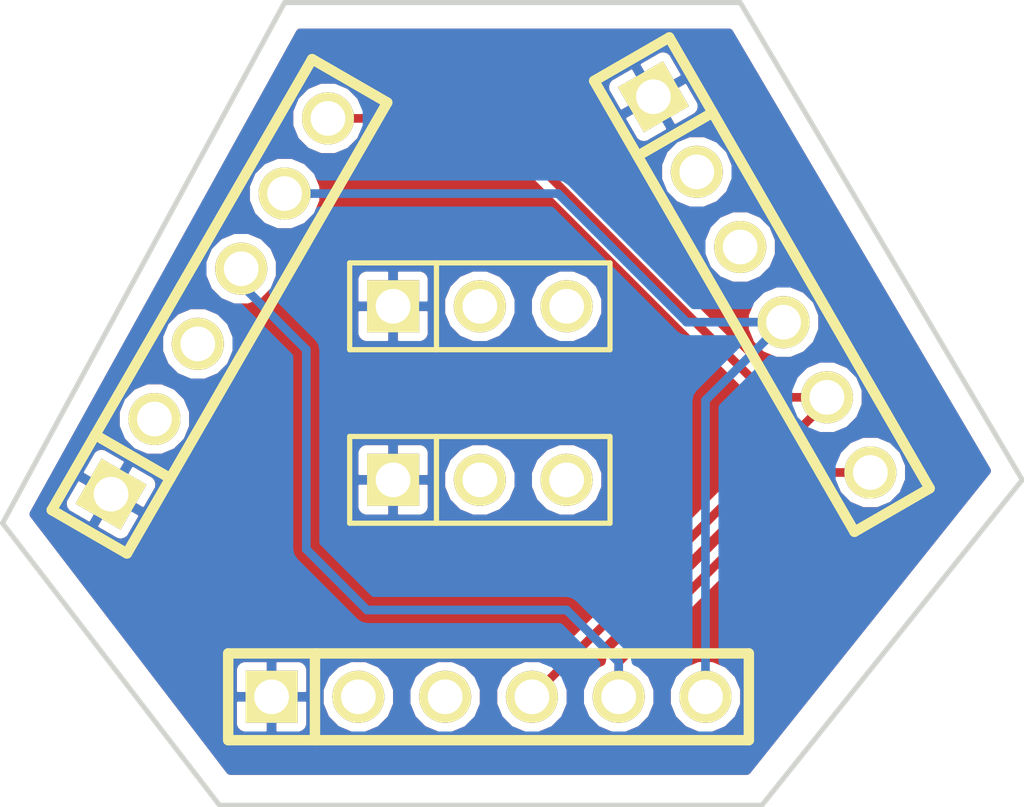
<source format=kicad_pcb>
(kicad_pcb (version 3) (host pcbnew "(2013-feb-26)-testing")

  (general
    (links 18)
    (no_connects 0)
    (area 284.404999 68.860566 314.400001 108.660001)
    (thickness 1.6)
    (drawings 6)
    (tracks 20)
    (zones 0)
    (modules 5)
    (nets 7)
  )

  (page A3)
  (layers
    (15 F.Cu signal)
    (2 Inner2.Cu signal)
    (1 Inner1.Cu signal)
    (0 B.Cu signal)
    (16 B.Adhes user)
    (17 F.Adhes user)
    (18 B.Paste user)
    (19 F.Paste user)
    (20 B.SilkS user)
    (21 F.SilkS user)
    (22 B.Mask user)
    (23 F.Mask user)
    (24 Dwgs.User user)
    (25 Cmts.User user)
    (26 Eco1.User user)
    (27 Eco2.User user)
    (28 Edge.Cuts user)
  )

  (setup
    (last_trace_width 0.254)
    (trace_clearance 0.254)
    (zone_clearance 0.254)
    (zone_45_only no)
    (trace_min 0.254)
    (segment_width 0.2)
    (edge_width 0.15)
    (via_size 0.889)
    (via_drill 0.635)
    (via_min_size 0.889)
    (via_min_drill 0.508)
    (uvia_size 0.508)
    (uvia_drill 0.127)
    (uvias_allowed no)
    (uvia_min_size 0.508)
    (uvia_min_drill 0.127)
    (pcb_text_width 0.3)
    (pcb_text_size 1 1)
    (mod_edge_width 0.15)
    (mod_text_size 1 1)
    (mod_text_width 0.15)
    (pad_size 1.524 1.524)
    (pad_drill 1.016)
    (pad_to_mask_clearance 0)
    (aux_axis_origin 0 0)
    (visible_elements FFFFFFBF)
    (pcbplotparams
      (layerselection 3178497)
      (usegerberextensions true)
      (excludeedgelayer true)
      (linewidth 152400)
      (plotframeref false)
      (viasonmask false)
      (mode 1)
      (useauxorigin false)
      (hpglpennumber 1)
      (hpglpenspeed 20)
      (hpglpendiameter 15)
      (hpglpenoverlay 2)
      (psnegative false)
      (psa4output false)
      (plotreference true)
      (plotvalue true)
      (plotothertext true)
      (plotinvisibletext false)
      (padsonsilk false)
      (subtractmaskfromsilk false)
      (outputformat 1)
      (mirror false)
      (drillshape 1)
      (scaleselection 1)
      (outputdirectory ""))
  )

  (net 0 "")
  (net 1 +12V)
  (net 2 +3.3V)
  (net 3 GND)
  (net 4 N-000003)
  (net 5 N-000004)
  (net 6 N-000005)

  (net_class Default "This is the default net class."
    (clearance 0.254)
    (trace_width 0.254)
    (via_dia 0.889)
    (via_drill 0.635)
    (uvia_dia 0.508)
    (uvia_drill 0.127)
    (add_net "")
    (add_net GND)
    (add_net N-000003)
    (add_net N-000004)
    (add_net N-000005)
  )

  (net_class power ""
    (clearance 0.254)
    (trace_width 0.508)
    (via_dia 0.889)
    (via_drill 0.635)
    (uvia_dia 0.508)
    (uvia_drill 0.127)
    (add_net +12V)
    (add_net +3.3V)
  )

  (module PIN_ARRAY_3X1 (layer F.Cu) (tedit 51363472) (tstamp 5136341D)
    (at 298.45 93.98)
    (descr "Connecteur 3 pins")
    (tags "CONN DEV")
    (path /513633F2)
    (fp_text reference K1 (at 0.254 -2.159) (layer F.SilkS) hide
      (effects (font (size 1.016 1.016) (thickness 0.1524)))
    )
    (fp_text value CONN_3 (at 0 -2.159) (layer F.SilkS) hide
      (effects (font (size 1.016 1.016) (thickness 0.1524)))
    )
    (fp_line (start -3.81 1.27) (end -3.81 -1.27) (layer F.SilkS) (width 0.1524))
    (fp_line (start -3.81 -1.27) (end 3.81 -1.27) (layer F.SilkS) (width 0.1524))
    (fp_line (start 3.81 -1.27) (end 3.81 1.27) (layer F.SilkS) (width 0.1524))
    (fp_line (start 3.81 1.27) (end -3.81 1.27) (layer F.SilkS) (width 0.1524))
    (fp_line (start -1.27 -1.27) (end -1.27 1.27) (layer F.SilkS) (width 0.1524))
    (pad 1 thru_hole rect (at -2.54 0) (size 1.524 1.524) (drill 1.016)
      (layers *.Cu *.Mask F.SilkS)
      (net 3 GND)
    )
    (pad 2 thru_hole circle (at 0 0) (size 1.524 1.524) (drill 1.016)
      (layers *.Cu *.Mask F.SilkS)
      (net 2 +3.3V)
    )
    (pad 3 thru_hole circle (at 2.54 0) (size 1.524 1.524) (drill 1.016)
      (layers *.Cu *.Mask F.SilkS)
      (net 1 +12V)
    )
    (model pin_array/pins_array_3x1.wrl
      (at (xyz 0 0 0))
      (scale (xyz 1 1 1))
      (rotate (xyz 0 0 0))
    )
  )

  (module PIN_ARRAY_3X1 (layer F.Cu) (tedit 5136347B) (tstamp 51363429)
    (at 298.45 99.06)
    (descr "Connecteur 3 pins")
    (tags "CONN DEV")
    (path /51363401)
    (fp_text reference K2 (at 0.254 -2.159) (layer F.SilkS) hide
      (effects (font (size 1.016 1.016) (thickness 0.1524)))
    )
    (fp_text value CONN_3 (at 0 -2.159) (layer F.SilkS) hide
      (effects (font (size 1.016 1.016) (thickness 0.1524)))
    )
    (fp_line (start -3.81 1.27) (end -3.81 -1.27) (layer F.SilkS) (width 0.1524))
    (fp_line (start -3.81 -1.27) (end 3.81 -1.27) (layer F.SilkS) (width 0.1524))
    (fp_line (start 3.81 -1.27) (end 3.81 1.27) (layer F.SilkS) (width 0.1524))
    (fp_line (start 3.81 1.27) (end -3.81 1.27) (layer F.SilkS) (width 0.1524))
    (fp_line (start -1.27 -1.27) (end -1.27 1.27) (layer F.SilkS) (width 0.1524))
    (pad 1 thru_hole rect (at -2.54 0) (size 1.524 1.524) (drill 1.016)
      (layers *.Cu *.Mask F.SilkS)
      (net 3 GND)
    )
    (pad 2 thru_hole circle (at 0 0) (size 1.524 1.524) (drill 1.016)
      (layers *.Cu *.Mask F.SilkS)
      (net 2 +3.3V)
    )
    (pad 3 thru_hole circle (at 2.54 0) (size 1.524 1.524) (drill 1.016)
      (layers *.Cu *.Mask F.SilkS)
      (net 1 +12V)
    )
    (model pin_array/pins_array_3x1.wrl
      (at (xyz 0 0 0))
      (scale (xyz 1 1 1))
      (rotate (xyz 0 0 0))
    )
  )

  (module PIN_ARRAY-6X1 (layer F.Cu) (tedit 5136346F) (tstamp 51363438)
    (at 290.83 93.98 60)
    (descr "Connecteur 6 pins")
    (tags "CONN DEV")
    (path /512EA817)
    (fp_text reference P2 (at 0 -2.159 60) (layer F.SilkS) hide
      (effects (font (size 1.016 1.016) (thickness 0.2032)))
    )
    (fp_text value CONN_6 (at 0 2.159 60) (layer F.SilkS) hide
      (effects (font (size 1.016 0.889) (thickness 0.2032)))
    )
    (fp_line (start -7.62 1.27) (end -7.62 -1.27) (layer F.SilkS) (width 0.3048))
    (fp_line (start -7.62 -1.27) (end 7.62 -1.27) (layer F.SilkS) (width 0.3048))
    (fp_line (start 7.62 -1.27) (end 7.62 1.27) (layer F.SilkS) (width 0.3048))
    (fp_line (start 7.62 1.27) (end -7.62 1.27) (layer F.SilkS) (width 0.3048))
    (fp_line (start -5.08 1.27) (end -5.08 -1.27) (layer F.SilkS) (width 0.3048))
    (pad 1 thru_hole rect (at -6.35 0 60) (size 1.524 1.524) (drill 1.016)
      (layers *.Cu *.Mask F.SilkS)
      (net 3 GND)
    )
    (pad 2 thru_hole circle (at -3.81 0 60) (size 1.524 1.524) (drill 1.016)
      (layers *.Cu *.Mask F.SilkS)
      (net 2 +3.3V)
    )
    (pad 3 thru_hole circle (at -1.27 0 60) (size 1.524 1.524) (drill 1.016)
      (layers *.Cu *.Mask F.SilkS)
      (net 1 +12V)
    )
    (pad 4 thru_hole circle (at 1.27 0 60) (size 1.524 1.524) (drill 1.016)
      (layers *.Cu *.Mask F.SilkS)
      (net 4 N-000003)
    )
    (pad 5 thru_hole circle (at 3.81 0 60) (size 1.524 1.524) (drill 1.016)
      (layers *.Cu *.Mask F.SilkS)
      (net 6 N-000005)
    )
    (pad 6 thru_hole circle (at 6.35 0 60) (size 1.524 1.524) (drill 1.016)
      (layers *.Cu *.Mask F.SilkS)
      (net 5 N-000004)
    )
    (model pin_array/pins_array_6x1.wrl
      (at (xyz 0 0 0))
      (scale (xyz 1 1 1))
      (rotate (xyz 0 0 0))
    )
  )

  (module PIN_ARRAY-6X1 (layer F.Cu) (tedit 5136347E) (tstamp 51363447)
    (at 298.704 105.41)
    (descr "Connecteur 6 pins")
    (tags "CONN DEV")
    (path /512EA826)
    (fp_text reference P1 (at 0 -2.159) (layer F.SilkS) hide
      (effects (font (size 1.016 1.016) (thickness 0.2032)))
    )
    (fp_text value CONN_6 (at 0 2.159) (layer F.SilkS) hide
      (effects (font (size 1.016 0.889) (thickness 0.2032)))
    )
    (fp_line (start -7.62 1.27) (end -7.62 -1.27) (layer F.SilkS) (width 0.3048))
    (fp_line (start -7.62 -1.27) (end 7.62 -1.27) (layer F.SilkS) (width 0.3048))
    (fp_line (start 7.62 -1.27) (end 7.62 1.27) (layer F.SilkS) (width 0.3048))
    (fp_line (start 7.62 1.27) (end -7.62 1.27) (layer F.SilkS) (width 0.3048))
    (fp_line (start -5.08 1.27) (end -5.08 -1.27) (layer F.SilkS) (width 0.3048))
    (pad 1 thru_hole rect (at -6.35 0) (size 1.524 1.524) (drill 1.016)
      (layers *.Cu *.Mask F.SilkS)
      (net 3 GND)
    )
    (pad 2 thru_hole circle (at -3.81 0) (size 1.524 1.524) (drill 1.016)
      (layers *.Cu *.Mask F.SilkS)
      (net 2 +3.3V)
    )
    (pad 3 thru_hole circle (at -1.27 0) (size 1.524 1.524) (drill 1.016)
      (layers *.Cu *.Mask F.SilkS)
      (net 1 +12V)
    )
    (pad 4 thru_hole circle (at 1.27 0) (size 1.524 1.524) (drill 1.016)
      (layers *.Cu *.Mask F.SilkS)
      (net 5 N-000004)
    )
    (pad 5 thru_hole circle (at 3.81 0) (size 1.524 1.524) (drill 1.016)
      (layers *.Cu *.Mask F.SilkS)
      (net 4 N-000003)
    )
    (pad 6 thru_hole circle (at 6.35 0) (size 1.524 1.524) (drill 1.016)
      (layers *.Cu *.Mask F.SilkS)
      (net 6 N-000005)
    )
    (model pin_array/pins_array_6x1.wrl
      (at (xyz 0 0 0))
      (scale (xyz 1 1 1))
      (rotate (xyz 0 0 0))
    )
  )

  (module PIN_ARRAY-6X1 (layer F.Cu) (tedit 5136346C) (tstamp 5136354D)
    (at 306.705 93.345 300)
    (descr "Connecteur 6 pins")
    (tags "CONN DEV")
    (path /512EA835)
    (fp_text reference P3 (at -19.162341 -12.529852 300) (layer F.SilkS) hide
      (effects (font (size 1.016 1.016) (thickness 0.2032)))
    )
    (fp_text value CONN_6 (at 0 2.159 300) (layer F.SilkS) hide
      (effects (font (size 1.016 0.889) (thickness 0.2032)))
    )
    (fp_line (start -7.62 1.27) (end -7.62 -1.27) (layer F.SilkS) (width 0.3048))
    (fp_line (start -7.62 -1.27) (end 7.62 -1.27) (layer F.SilkS) (width 0.3048))
    (fp_line (start 7.62 -1.27) (end 7.62 1.27) (layer F.SilkS) (width 0.3048))
    (fp_line (start 7.62 1.27) (end -7.62 1.27) (layer F.SilkS) (width 0.3048))
    (fp_line (start -5.08 1.27) (end -5.08 -1.27) (layer F.SilkS) (width 0.3048))
    (pad 1 thru_hole rect (at -6.35 0 300) (size 1.524 1.524) (drill 1.016)
      (layers *.Cu *.Mask F.SilkS)
      (net 3 GND)
    )
    (pad 2 thru_hole circle (at -3.81 0 300) (size 1.524 1.524) (drill 1.016)
      (layers *.Cu *.Mask F.SilkS)
      (net 2 +3.3V)
    )
    (pad 3 thru_hole circle (at -1.27 0 300) (size 1.524 1.524) (drill 1.016)
      (layers *.Cu *.Mask F.SilkS)
      (net 1 +12V)
    )
    (pad 4 thru_hole circle (at 1.27 0 300) (size 1.524 1.524) (drill 1.016)
      (layers *.Cu *.Mask F.SilkS)
      (net 6 N-000005)
    )
    (pad 5 thru_hole circle (at 3.81 0 300) (size 1.524 1.524) (drill 1.016)
      (layers *.Cu *.Mask F.SilkS)
      (net 5 N-000004)
    )
    (pad 6 thru_hole circle (at 6.35 0 300) (size 1.524 1.524) (drill 1.016)
      (layers *.Cu *.Mask F.SilkS)
      (net 4 N-000003)
    )
    (model pin_array/pins_array_6x1.wrl
      (at (xyz 0 0 0))
      (scale (xyz 1 1 1))
      (rotate (xyz 0 0 0))
    )
  )

  (gr_line (start 284.48 100.33) (end 292.735 85.09) (angle 90) (layer Edge.Cuts) (width 0.15))
  (gr_line (start 290.83 108.585) (end 284.48 100.33) (angle 90) (layer Edge.Cuts) (width 0.15))
  (gr_line (start 306.705 108.585) (end 290.83 108.585) (angle 90) (layer Edge.Cuts) (width 0.15))
  (gr_line (start 314.325 99.06) (end 306.705 108.585) (angle 90) (layer Edge.Cuts) (width 0.15))
  (gr_line (start 306.07 85.09) (end 314.325 99.06) (angle 90) (layer Edge.Cuts) (width 0.15))
  (gr_line (start 292.735 85.09) (end 306.07 85.09) (angle 90) (layer Edge.Cuts) (width 0.15))

  (segment (start 291.465 92.880148) (end 291.465 93.345) (width 0.254) (layer B.Cu) (net 4))
  (segment (start 302.514 104.394) (end 302.514 105.41) (width 0.254) (layer B.Cu) (net 4) (tstamp 51363840))
  (segment (start 300.99 102.87) (end 302.514 104.394) (width 0.254) (layer B.Cu) (net 4) (tstamp 5136383E))
  (segment (start 295.148 102.87) (end 300.99 102.87) (width 0.254) (layer B.Cu) (net 4) (tstamp 5136383C))
  (segment (start 293.37 101.092) (end 295.148 102.87) (width 0.254) (layer B.Cu) (net 4) (tstamp 5136383A))
  (segment (start 293.37 95.25) (end 293.37 101.092) (width 0.254) (layer B.Cu) (net 4) (tstamp 51363838))
  (segment (start 291.465 93.345) (end 293.37 95.25) (width 0.254) (layer B.Cu) (net 4) (tstamp 51363835))
  (segment (start 302.514 105.41) (end 302.514 104.394) (width 0.254) (layer F.Cu) (net 4))
  (segment (start 308.063739 98.844261) (end 309.88 98.844261) (width 0.254) (layer F.Cu) (net 4) (tstamp 5136381A))
  (segment (start 302.514 104.394) (end 308.063739 98.844261) (width 0.254) (layer F.Cu) (net 4) (tstamp 51363816))
  (segment (start 294.005 88.480739) (end 298.792739 88.480739) (width 0.254) (layer F.Cu) (net 5))
  (segment (start 306.956557 96.644557) (end 308.61 96.644557) (width 0.254) (layer F.Cu) (net 5) (tstamp 51363829))
  (segment (start 298.792739 88.480739) (end 306.956557 96.644557) (width 0.254) (layer F.Cu) (net 5) (tstamp 51363826))
  (segment (start 308.61 96.644557) (end 308.61 96.774) (width 0.254) (layer F.Cu) (net 5))
  (segment (start 308.61 96.774) (end 299.974 105.41) (width 0.254) (layer F.Cu) (net 5) (tstamp 5136381E))
  (segment (start 307.34 94.444852) (end 304.502852 94.444852) (width 0.254) (layer B.Cu) (net 6))
  (segment (start 300.738443 90.680443) (end 292.735 90.680443) (width 0.254) (layer B.Cu) (net 6) (tstamp 51363831))
  (segment (start 304.502852 94.444852) (end 300.738443 90.680443) (width 0.254) (layer B.Cu) (net 6) (tstamp 5136382D))
  (segment (start 305.054 105.41) (end 305.054 96.730852) (width 0.254) (layer B.Cu) (net 6))
  (segment (start 305.054 96.730852) (end 307.34 94.444852) (width 0.254) (layer B.Cu) (net 6) (tstamp 51363821))

  (zone (net 3) (net_name GND) (layer B.Cu) (tstamp 51363787) (hatch edge 0.508)
    (connect_pads (clearance 0.254))
    (min_thickness 0.254)
    (fill (arc_segments 16) (thermal_gap 0.254) (thermal_bridge_width 0.2794))
    (polygon
      (pts
        (xy 293.116 85.852) (xy 305.816 85.852) (xy 313.436 98.806) (xy 306.324 107.696) (xy 291.084 107.696)
        (xy 285.242 100.076) (xy 293.116 85.852)
      )
    )
    (filled_polygon
      (pts
        (xy 313.282175 98.794981) (xy 311.023197 101.618703) (xy 311.023197 98.617902) (xy 310.849553 98.19765) (xy 310.528302 97.875838)
        (xy 310.108354 97.701461) (xy 309.753197 97.70115) (xy 309.753197 96.418198) (xy 309.579553 95.997946) (xy 309.258302 95.676134)
        (xy 308.838354 95.501757) (xy 308.483197 95.501446) (xy 308.483197 94.218493) (xy 308.309553 93.798241) (xy 307.988302 93.476429)
        (xy 307.568354 93.302052) (xy 307.213197 93.301741) (xy 307.213197 92.018789) (xy 307.039553 91.598537) (xy 306.718302 91.276725)
        (xy 306.298354 91.102348) (xy 305.943197 91.102037) (xy 305.943197 89.819084) (xy 305.769553 89.398832) (xy 305.448302 89.07702)
        (xy 305.028354 88.902643) (xy 304.958565 88.902582) (xy 304.958565 88.149719) (xy 304.938651 87.999462) (xy 304.573842 87.367726)
        (xy 304.465892 87.338801) (xy 304.465892 87.180752) (xy 304.101198 86.54895) (xy 303.981028 86.456575) (xy 303.834656 86.417217)
        (xy 303.684364 86.43687) (xy 303.553034 86.512541) (xy 303.051987 86.801897) (xy 303.017124 86.932011) (xy 303.534649 87.82839)
        (xy 304.431028 87.310865) (xy 304.465892 87.180752) (xy 304.465892 87.338801) (xy 304.443728 87.332863) (xy 303.547349 87.850388)
        (xy 304.064874 88.746767) (xy 304.194987 88.781631) (xy 304.6961 88.49239) (xy 304.827298 88.41649) (xy 304.919464 88.29616)
        (xy 304.958565 88.149719) (xy 304.958565 88.902582) (xy 304.573641 88.902246) (xy 304.153389 89.07589) (xy 304.042876 89.18621)
        (xy 304.042876 88.759467) (xy 303.525351 87.863088) (xy 303.512651 87.87042) (xy 303.512651 87.84109) (xy 302.995126 86.944711)
        (xy 302.865013 86.909847) (xy 302.3639 87.199088) (xy 302.232702 87.274988) (xy 302.140536 87.395318) (xy 302.101435 87.541759)
        (xy 302.121349 87.692016) (xy 302.486158 88.323752) (xy 302.616272 88.358615) (xy 303.512651 87.84109) (xy 303.512651 87.87042)
        (xy 302.628972 88.380613) (xy 302.594108 88.510726) (xy 302.958802 89.142528) (xy 303.078972 89.234903) (xy 303.225344 89.274261)
        (xy 303.375636 89.254608) (xy 303.506966 89.178937) (xy 304.008013 88.889581) (xy 304.042876 88.759467) (xy 304.042876 89.18621)
        (xy 303.831577 89.397141) (xy 303.6572 89.817089) (xy 303.656803 90.271802) (xy 303.830447 90.692054) (xy 304.151698 91.013866)
        (xy 304.571646 91.188243) (xy 305.026359 91.18864) (xy 305.446611 91.014996) (xy 305.768423 90.693745) (xy 305.9428 90.273797)
        (xy 305.943197 89.819084) (xy 305.943197 91.102037) (xy 305.843641 91.101951) (xy 305.423389 91.275595) (xy 305.101577 91.596846)
        (xy 304.9272 92.016794) (xy 304.926803 92.471507) (xy 305.100447 92.891759) (xy 305.421698 93.213571) (xy 305.841646 93.387948)
        (xy 306.296359 93.388345) (xy 306.716611 93.214701) (xy 307.038423 92.89345) (xy 307.2128 92.473502) (xy 307.213197 92.018789)
        (xy 307.213197 93.301741) (xy 307.113641 93.301655) (xy 306.693389 93.475299) (xy 306.371577 93.79655) (xy 306.313318 93.936852)
        (xy 304.713272 93.936852) (xy 301.097653 90.321233) (xy 300.932846 90.211112) (xy 300.738443 90.172443) (xy 295.148197 90.172443)
        (xy 295.148197 88.25438) (xy 294.974553 87.834128) (xy 294.653302 87.512316) (xy 294.233354 87.337939) (xy 293.778641 87.337542)
        (xy 293.358389 87.511186) (xy 293.036577 87.832437) (xy 292.8622 88.252385) (xy 292.861803 88.707098) (xy 293.035447 89.12735)
        (xy 293.356698 89.449162) (xy 293.776646 89.623539) (xy 294.231359 89.623936) (xy 294.651611 89.450292) (xy 294.973423 89.129041)
        (xy 295.1478 88.709093) (xy 295.148197 88.25438) (xy 295.148197 90.172443) (xy 293.761825 90.172443) (xy 293.704553 90.033832)
        (xy 293.383302 89.71202) (xy 292.963354 89.537643) (xy 292.508641 89.537246) (xy 292.088389 89.71089) (xy 291.766577 90.032141)
        (xy 291.5922 90.452089) (xy 291.591803 90.906802) (xy 291.765447 91.327054) (xy 292.086698 91.648866) (xy 292.506646 91.823243)
        (xy 292.961359 91.82364) (xy 293.381611 91.649996) (xy 293.703423 91.328745) (xy 293.761681 91.188443) (xy 300.528023 91.188443)
        (xy 304.143642 94.804062) (xy 304.308448 94.914183) (xy 304.308449 94.914183) (xy 304.340701 94.920598) (xy 304.502852 94.952852)
        (xy 306.11358 94.952852) (xy 304.69479 96.371642) (xy 304.584669 96.536449) (xy 304.546 96.730852) (xy 304.546 104.383174)
        (xy 304.407389 104.440447) (xy 304.085577 104.761698) (xy 303.9112 105.181646) (xy 303.910803 105.636359) (xy 304.084447 106.056611)
        (xy 304.405698 106.378423) (xy 304.825646 106.5528) (xy 305.280359 106.553197) (xy 305.700611 106.379553) (xy 306.022423 106.058302)
        (xy 306.1968 105.638354) (xy 306.197197 105.183641) (xy 306.023553 104.763389) (xy 305.702302 104.441577) (xy 305.562 104.383318)
        (xy 305.562 96.941272) (xy 306.973134 95.530137) (xy 307.111646 95.587652) (xy 307.566359 95.588049) (xy 307.986611 95.414405)
        (xy 308.308423 95.093154) (xy 308.4828 94.673206) (xy 308.483197 94.218493) (xy 308.483197 95.501446) (xy 308.383641 95.50136)
        (xy 307.963389 95.675004) (xy 307.641577 95.996255) (xy 307.4672 96.416203) (xy 307.466803 96.870916) (xy 307.640447 97.291168)
        (xy 307.961698 97.61298) (xy 308.381646 97.787357) (xy 308.836359 97.787754) (xy 309.256611 97.61411) (xy 309.578423 97.292859)
        (xy 309.7528 96.872911) (xy 309.753197 96.418198) (xy 309.753197 97.70115) (xy 309.653641 97.701064) (xy 309.233389 97.874708)
        (xy 308.911577 98.195959) (xy 308.7372 98.615907) (xy 308.736803 99.07062) (xy 308.910447 99.490872) (xy 309.231698 99.812684)
        (xy 309.651646 99.987061) (xy 310.106359 99.987458) (xy 310.526611 99.813814) (xy 310.848423 99.492563) (xy 311.0228 99.072615)
        (xy 311.023197 98.617902) (xy 311.023197 101.618703) (xy 306.262961 107.569) (xy 303.657197 107.569) (xy 303.657197 105.183641)
        (xy 303.483553 104.763389) (xy 303.162302 104.441577) (xy 303.019684 104.382357) (xy 303.019683 104.382356) (xy 302.983331 104.199597)
        (xy 302.98333 104.199596) (xy 302.94679 104.14491) (xy 302.87321 104.03479) (xy 302.87321 104.034789) (xy 302.133197 103.294776)
        (xy 302.133197 98.833641) (xy 302.133197 93.753641) (xy 301.959553 93.333389) (xy 301.638302 93.011577) (xy 301.218354 92.8372)
        (xy 300.763641 92.836803) (xy 300.343389 93.010447) (xy 300.021577 93.331698) (xy 299.8472 93.751646) (xy 299.846803 94.206359)
        (xy 300.020447 94.626611) (xy 300.341698 94.948423) (xy 300.761646 95.1228) (xy 301.216359 95.123197) (xy 301.636611 94.949553)
        (xy 301.958423 94.628302) (xy 302.1328 94.208354) (xy 302.133197 93.753641) (xy 302.133197 98.833641) (xy 301.959553 98.413389)
        (xy 301.638302 98.091577) (xy 301.218354 97.9172) (xy 300.763641 97.916803) (xy 300.343389 98.090447) (xy 300.021577 98.411698)
        (xy 299.8472 98.831646) (xy 299.846803 99.286359) (xy 300.020447 99.706611) (xy 300.341698 100.028423) (xy 300.761646 100.2028)
        (xy 301.216359 100.203197) (xy 301.636611 100.029553) (xy 301.958423 99.708302) (xy 302.1328 99.288354) (xy 302.133197 98.833641)
        (xy 302.133197 103.294776) (xy 301.34921 102.51079) (xy 301.184403 102.400669) (xy 300.99 102.362) (xy 299.593197 102.362)
        (xy 299.593197 98.833641) (xy 299.593197 93.753641) (xy 299.419553 93.333389) (xy 299.098302 93.011577) (xy 298.678354 92.8372)
        (xy 298.223641 92.836803) (xy 297.803389 93.010447) (xy 297.481577 93.331698) (xy 297.3072 93.751646) (xy 297.306803 94.206359)
        (xy 297.480447 94.626611) (xy 297.801698 94.948423) (xy 298.221646 95.1228) (xy 298.676359 95.123197) (xy 299.096611 94.949553)
        (xy 299.418423 94.628302) (xy 299.5928 94.208354) (xy 299.593197 93.753641) (xy 299.593197 98.833641) (xy 299.419553 98.413389)
        (xy 299.098302 98.091577) (xy 298.678354 97.9172) (xy 298.223641 97.916803) (xy 297.803389 98.090447) (xy 297.481577 98.411698)
        (xy 297.3072 98.831646) (xy 297.306803 99.286359) (xy 297.480447 99.706611) (xy 297.801698 100.028423) (xy 298.221646 100.2028)
        (xy 298.676359 100.203197) (xy 299.096611 100.029553) (xy 299.418423 99.708302) (xy 299.5928 99.288354) (xy 299.593197 98.833641)
        (xy 299.593197 102.362) (xy 297.053066 102.362) (xy 297.053066 99.746547) (xy 297.053066 98.373453) (xy 297.053066 94.666547)
        (xy 297.053066 93.293453) (xy 297.052934 93.141882) (xy 296.994808 93.001899) (xy 296.887537 92.894816) (xy 296.747453 92.836934)
        (xy 296.01795 92.837) (xy 295.9227 92.93225) (xy 295.9227 93.9673) (xy 296.95775 93.9673) (xy 297.053 93.87205)
        (xy 297.053066 93.293453) (xy 297.053066 94.666547) (xy 297.053 94.08795) (xy 296.95775 93.9927) (xy 295.9227 93.9927)
        (xy 295.9227 95.02775) (xy 296.01795 95.123) (xy 296.747453 95.123066) (xy 296.887537 95.065184) (xy 296.994808 94.958101)
        (xy 297.052934 94.818118) (xy 297.053066 94.666547) (xy 297.053066 98.373453) (xy 297.052934 98.221882) (xy 296.994808 98.081899)
        (xy 296.887537 97.974816) (xy 296.747453 97.916934) (xy 296.01795 97.917) (xy 295.9227 98.01225) (xy 295.9227 99.0473)
        (xy 296.95775 99.0473) (xy 297.053 98.95205) (xy 297.053066 98.373453) (xy 297.053066 99.746547) (xy 297.053 99.16795)
        (xy 296.95775 99.0727) (xy 295.9227 99.0727) (xy 295.9227 100.10775) (xy 296.01795 100.203) (xy 296.747453 100.203066)
        (xy 296.887537 100.145184) (xy 296.994808 100.038101) (xy 297.052934 99.898118) (xy 297.053066 99.746547) (xy 297.053066 102.362)
        (xy 295.8973 102.362) (xy 295.8973 100.10775) (xy 295.8973 99.0727) (xy 295.8973 99.0473) (xy 295.8973 98.01225)
        (xy 295.8973 95.02775) (xy 295.8973 93.9927) (xy 295.8973 93.9673) (xy 295.8973 92.93225) (xy 295.80205 92.837)
        (xy 295.072547 92.836934) (xy 294.932463 92.894816) (xy 294.825192 93.001899) (xy 294.767066 93.141882) (xy 294.766934 93.293453)
        (xy 294.767 93.87205) (xy 294.86225 93.9673) (xy 295.8973 93.9673) (xy 295.8973 93.9927) (xy 294.86225 93.9927)
        (xy 294.767 94.08795) (xy 294.766934 94.666547) (xy 294.767066 94.818118) (xy 294.825192 94.958101) (xy 294.932463 95.065184)
        (xy 295.072547 95.123066) (xy 295.80205 95.123) (xy 295.8973 95.02775) (xy 295.8973 98.01225) (xy 295.80205 97.917)
        (xy 295.072547 97.916934) (xy 294.932463 97.974816) (xy 294.825192 98.081899) (xy 294.767066 98.221882) (xy 294.766934 98.373453)
        (xy 294.767 98.95205) (xy 294.86225 99.0473) (xy 295.8973 99.0473) (xy 295.8973 99.0727) (xy 294.86225 99.0727)
        (xy 294.767 99.16795) (xy 294.766934 99.746547) (xy 294.767066 99.898118) (xy 294.825192 100.038101) (xy 294.932463 100.145184)
        (xy 295.072547 100.203066) (xy 295.80205 100.203) (xy 295.8973 100.10775) (xy 295.8973 102.362) (xy 295.35842 102.362)
        (xy 293.878 100.881579) (xy 293.878 95.25) (xy 293.877999 95.249999) (xy 293.839331 95.055597) (xy 293.83933 95.055596)
        (xy 293.80279 95.00091) (xy 293.72921 94.89079) (xy 293.72921 94.890789) (xy 292.400117 93.561697) (xy 292.433423 93.52845)
        (xy 292.6078 93.108502) (xy 292.608197 92.653789) (xy 292.434553 92.233537) (xy 292.113302 91.911725) (xy 291.693354 91.737348)
        (xy 291.238641 91.736951) (xy 290.818389 91.910595) (xy 290.496577 92.231846) (xy 290.3222 92.651794) (xy 290.321803 93.106507)
        (xy 290.495447 93.526759) (xy 290.816698 93.848571) (xy 291.236646 94.022948) (xy 291.424692 94.023112) (xy 292.862 95.46042)
        (xy 292.862 101.092) (xy 292.900669 101.286403) (xy 293.01079 101.45121) (xy 294.788789 103.22921) (xy 294.78879 103.22921)
        (xy 294.89891 103.30279) (xy 294.953596 103.33933) (xy 294.953597 103.339331) (xy 295.147999 103.377999) (xy 295.148 103.378)
        (xy 300.779579 103.378) (xy 301.854696 104.453117) (xy 301.545577 104.761698) (xy 301.3712 105.181646) (xy 301.370803 105.636359)
        (xy 301.544447 106.056611) (xy 301.865698 106.378423) (xy 302.285646 106.5528) (xy 302.740359 106.553197) (xy 303.160611 106.379553)
        (xy 303.482423 106.058302) (xy 303.6568 105.638354) (xy 303.657197 105.183641) (xy 303.657197 107.569) (xy 301.117197 107.569)
        (xy 301.117197 105.183641) (xy 300.943553 104.763389) (xy 300.622302 104.441577) (xy 300.202354 104.2672) (xy 299.747641 104.266803)
        (xy 299.327389 104.440447) (xy 299.005577 104.761698) (xy 298.8312 105.181646) (xy 298.830803 105.636359) (xy 299.004447 106.056611)
        (xy 299.325698 106.378423) (xy 299.745646 106.5528) (xy 300.200359 106.553197) (xy 300.620611 106.379553) (xy 300.942423 106.058302)
        (xy 301.1168 105.638354) (xy 301.117197 105.183641) (xy 301.117197 107.569) (xy 298.577197 107.569) (xy 298.577197 105.183641)
        (xy 298.403553 104.763389) (xy 298.082302 104.441577) (xy 297.662354 104.2672) (xy 297.207641 104.266803) (xy 296.787389 104.440447)
        (xy 296.465577 104.761698) (xy 296.2912 105.181646) (xy 296.290803 105.636359) (xy 296.464447 106.056611) (xy 296.785698 106.378423)
        (xy 297.205646 106.5528) (xy 297.660359 106.553197) (xy 298.080611 106.379553) (xy 298.402423 106.058302) (xy 298.5768 105.638354)
        (xy 298.577197 105.183641) (xy 298.577197 107.569) (xy 296.037197 107.569) (xy 296.037197 105.183641) (xy 295.863553 104.763389)
        (xy 295.542302 104.441577) (xy 295.122354 104.2672) (xy 294.667641 104.266803) (xy 294.247389 104.440447) (xy 293.925577 104.761698)
        (xy 293.7512 105.181646) (xy 293.750803 105.636359) (xy 293.924447 106.056611) (xy 294.245698 106.378423) (xy 294.665646 106.5528)
        (xy 295.120359 106.553197) (xy 295.540611 106.379553) (xy 295.862423 106.058302) (xy 296.0368 105.638354) (xy 296.037197 105.183641)
        (xy 296.037197 107.569) (xy 293.497066 107.569) (xy 293.497066 106.096547) (xy 293.497066 104.723453) (xy 293.496934 104.571882)
        (xy 293.438808 104.431899) (xy 293.331537 104.324816) (xy 293.191453 104.266934) (xy 292.46195 104.267) (xy 292.3667 104.36225)
        (xy 292.3667 105.3973) (xy 293.40175 105.3973) (xy 293.497 105.30205) (xy 293.497066 104.723453) (xy 293.497066 106.096547)
        (xy 293.497 105.51795) (xy 293.40175 105.4227) (xy 292.3667 105.4227) (xy 292.3667 106.45775) (xy 292.46195 106.553)
        (xy 293.191453 106.553066) (xy 293.331537 106.495184) (xy 293.438808 106.388101) (xy 293.496934 106.248118) (xy 293.497066 106.096547)
        (xy 293.497066 107.569) (xy 292.3413 107.569) (xy 292.3413 106.45775) (xy 292.3413 105.4227) (xy 292.3413 105.3973)
        (xy 292.3413 104.36225) (xy 292.24605 104.267) (xy 291.516547 104.266934) (xy 291.376463 104.324816) (xy 291.338197 104.363014)
        (xy 291.338197 94.853493) (xy 291.164553 94.433241) (xy 290.843302 94.111429) (xy 290.423354 93.937052) (xy 289.968641 93.936655)
        (xy 289.548389 94.110299) (xy 289.226577 94.43155) (xy 289.0522 94.851498) (xy 289.051803 95.306211) (xy 289.225447 95.726463)
        (xy 289.546698 96.048275) (xy 289.966646 96.222652) (xy 290.421359 96.223049) (xy 290.841611 96.049405) (xy 291.163423 95.728154)
        (xy 291.3378 95.308206) (xy 291.338197 94.853493) (xy 291.338197 104.363014) (xy 291.269192 104.431899) (xy 291.211066 104.571882)
        (xy 291.210934 104.723453) (xy 291.211 105.30205) (xy 291.30625 105.3973) (xy 292.3413 105.3973) (xy 292.3413 105.4227)
        (xy 291.30625 105.4227) (xy 291.211 105.51795) (xy 291.210934 106.096547) (xy 291.211066 106.248118) (xy 291.269192 106.388101)
        (xy 291.376463 106.495184) (xy 291.516547 106.553066) (xy 292.24605 106.553) (xy 292.3413 106.45775) (xy 292.3413 107.569)
        (xy 291.146662 107.569) (xy 290.068197 106.162306) (xy 290.068197 97.053198) (xy 289.894553 96.632946) (xy 289.573302 96.311134)
        (xy 289.153354 96.136757) (xy 288.698641 96.13636) (xy 288.278389 96.310004) (xy 287.956577 96.631255) (xy 287.7822 97.051203)
        (xy 287.781803 97.505916) (xy 287.955447 97.926168) (xy 288.276698 98.24798) (xy 288.696646 98.422357) (xy 289.151359 98.422754)
        (xy 289.571611 98.24911) (xy 289.893423 97.927859) (xy 290.0678 97.507911) (xy 290.068197 97.053198) (xy 290.068197 106.162306)
        (xy 289.083565 104.878003) (xy 289.083565 99.175281) (xy 289.044464 99.02884) (xy 288.952298 98.90851) (xy 288.8211 98.83261)
        (xy 288.319987 98.543369) (xy 288.189874 98.578233) (xy 288.167876 98.616334) (xy 288.167876 98.565533) (xy 288.133013 98.435419)
        (xy 287.631966 98.146063) (xy 287.500636 98.070392) (xy 287.350344 98.050739) (xy 287.203972 98.090097) (xy 287.083802 98.182472)
        (xy 286.719108 98.814274) (xy 286.753972 98.944387) (xy 287.650351 99.461912) (xy 288.167876 98.565533) (xy 288.167876 98.616334)
        (xy 287.672349 99.474612) (xy 288.568728 99.992137) (xy 288.698842 99.957274) (xy 289.063651 99.325538) (xy 289.083565 99.175281)
        (xy 289.083565 104.878003) (xy 288.590892 104.235386) (xy 288.590892 100.144248) (xy 288.556028 100.014135) (xy 287.659649 99.49661)
        (xy 287.637651 99.534711) (xy 287.637651 99.48391) (xy 286.741272 98.966385) (xy 286.611158 99.001248) (xy 286.246349 99.632984)
        (xy 286.226435 99.783241) (xy 286.265536 99.929682) (xy 286.357702 100.050012) (xy 286.4889 100.125912) (xy 286.990013 100.415153)
        (xy 287.120126 100.380289) (xy 287.637651 99.48391) (xy 287.637651 99.534711) (xy 287.142124 100.392989) (xy 287.176987 100.523103)
        (xy 287.678034 100.812459) (xy 287.809364 100.88813) (xy 287.959656 100.907783) (xy 288.106028 100.868425) (xy 288.226198 100.77605)
        (xy 288.590892 100.144248) (xy 288.590892 104.235386) (xy 285.393395 100.064738) (xy 293.190857 85.979) (xy 305.743363 85.979)
        (xy 313.282175 98.794981)
      )
    )
  )
  (zone (net 2) (net_name +3.3V) (layer Inner1.Cu) (tstamp 513637AC) (hatch edge 0.508)
    (connect_pads (clearance 0.254))
    (min_thickness 0.254)
    (fill (arc_segments 16) (thermal_gap 0.254) (thermal_bridge_width 0.2794))
    (polygon
      (pts
        (xy 313.436 98.806) (xy 306.324 107.696) (xy 291.084 107.696) (xy 285.242 100.076) (xy 293.116 85.852)
        (xy 305.816 85.852)
      )
    )
    (filled_polygon
      (pts
        (xy 313.282175 98.794981) (xy 311.023197 101.618703) (xy 311.023197 98.617902) (xy 310.849553 98.19765) (xy 310.528302 97.875838)
        (xy 310.108354 97.701461) (xy 309.753197 97.70115) (xy 309.753197 96.418198) (xy 309.579553 95.997946) (xy 309.258302 95.676134)
        (xy 308.838354 95.501757) (xy 308.483197 95.501446) (xy 308.483197 94.218493) (xy 308.309553 93.798241) (xy 307.988302 93.476429)
        (xy 307.568354 93.302052) (xy 307.213197 93.301741) (xy 307.213197 92.018789) (xy 307.039553 91.598537) (xy 306.718302 91.276725)
        (xy 306.298354 91.102348) (xy 305.960265 91.102052) (xy 305.960265 90.154622) (xy 305.913726 89.702297) (xy 305.697632 89.302213)
        (xy 305.344882 89.015279) (xy 305.285581 88.986034) (xy 305.089221 89.015126) (xy 305.064686 89.106691) (xy 305.064686 89.008552)
        (xy 304.958522 88.924325) (xy 304.958522 88.150395) (xy 304.938869 88.000103) (xy 304.863198 87.868773) (xy 304.101198 86.54895)
        (xy 303.981028 86.456575) (xy 303.834656 86.417217) (xy 303.684364 86.43687) (xy 303.553034 86.512541) (xy 302.233211 87.274541)
        (xy 302.140836 87.394711) (xy 302.101478 87.541083) (xy 302.121131 87.691375) (xy 302.196802 87.822705) (xy 302.958802 89.142528)
        (xy 303.078972 89.234903) (xy 303.225344 89.274261) (xy 303.375636 89.254608) (xy 303.506966 89.178937) (xy 304.826789 88.416937)
        (xy 304.919164 88.296767) (xy 304.958522 88.150395) (xy 304.958522 88.924325) (xy 304.909179 88.885178) (xy 304.456854 88.931717)
        (xy 304.05677 89.147811) (xy 303.769836 89.500561) (xy 303.740591 89.559862) (xy 303.769683 89.756222) (xy 304.79102 90.029889)
        (xy 305.064686 89.008552) (xy 305.064686 89.106691) (xy 304.815554 90.036463) (xy 305.836891 90.310129) (xy 305.960265 90.154622)
        (xy 305.960265 91.102052) (xy 305.859409 91.101964) (xy 305.859409 90.531024) (xy 305.830317 90.334664) (xy 304.80898 90.060997)
        (xy 304.784446 90.152559) (xy 304.784446 90.054423) (xy 303.763109 89.780757) (xy 303.639735 89.936264) (xy 303.686274 90.388589)
        (xy 303.902368 90.788673) (xy 304.255118 91.075607) (xy 304.314419 91.104852) (xy 304.510779 91.07576) (xy 304.784446 90.054423)
        (xy 304.784446 90.152559) (xy 304.535314 91.082334) (xy 304.690821 91.205708) (xy 305.143146 91.159169) (xy 305.54323 90.943075)
        (xy 305.830164 90.590325) (xy 305.859409 90.531024) (xy 305.859409 91.101964) (xy 305.843641 91.101951) (xy 305.423389 91.275595)
        (xy 305.101577 91.596846) (xy 304.9272 92.016794) (xy 304.926803 92.471507) (xy 305.100447 92.891759) (xy 305.421698 93.213571)
        (xy 305.841646 93.387948) (xy 306.296359 93.388345) (xy 306.716611 93.214701) (xy 307.038423 92.89345) (xy 307.2128 92.473502)
        (xy 307.213197 92.018789) (xy 307.213197 93.301741) (xy 307.113641 93.301655) (xy 306.693389 93.475299) (xy 306.371577 93.79655)
        (xy 306.1972 94.216498) (xy 306.196803 94.671211) (xy 306.370447 95.091463) (xy 306.691698 95.413275) (xy 307.111646 95.587652)
        (xy 307.566359 95.588049) (xy 307.986611 95.414405) (xy 308.308423 95.093154) (xy 308.4828 94.673206) (xy 308.483197 94.218493)
        (xy 308.483197 95.501446) (xy 308.383641 95.50136) (xy 307.963389 95.675004) (xy 307.641577 95.996255) (xy 307.4672 96.416203)
        (xy 307.466803 96.870916) (xy 307.640447 97.291168) (xy 307.961698 97.61298) (xy 308.381646 97.787357) (xy 308.836359 97.787754)
        (xy 309.256611 97.61411) (xy 309.578423 97.292859) (xy 309.7528 96.872911) (xy 309.753197 96.418198) (xy 309.753197 97.70115)
        (xy 309.653641 97.701064) (xy 309.233389 97.874708) (xy 308.911577 98.195959) (xy 308.7372 98.615907) (xy 308.736803 99.07062)
        (xy 308.910447 99.490872) (xy 309.231698 99.812684) (xy 309.651646 99.987061) (xy 310.106359 99.987458) (xy 310.526611 99.813814)
        (xy 310.848423 99.492563) (xy 311.0228 99.072615) (xy 311.023197 98.617902) (xy 311.023197 101.618703) (xy 306.262961 107.569)
        (xy 306.197197 107.569) (xy 306.197197 105.183641) (xy 306.023553 104.763389) (xy 305.702302 104.441577) (xy 305.282354 104.2672)
        (xy 304.827641 104.266803) (xy 304.407389 104.440447) (xy 304.085577 104.761698) (xy 303.9112 105.181646) (xy 303.910803 105.636359)
        (xy 304.084447 106.056611) (xy 304.405698 106.378423) (xy 304.825646 106.5528) (xy 305.280359 106.553197) (xy 305.700611 106.379553)
        (xy 306.022423 106.058302) (xy 306.1968 105.638354) (xy 306.197197 105.183641) (xy 306.197197 107.569) (xy 303.657197 107.569)
        (xy 303.657197 105.183641) (xy 303.483553 104.763389) (xy 303.162302 104.441577) (xy 302.742354 104.2672) (xy 302.287641 104.266803)
        (xy 302.133197 104.330617) (xy 302.133197 98.833641) (xy 302.133197 93.753641) (xy 301.959553 93.333389) (xy 301.638302 93.011577)
        (xy 301.218354 92.8372) (xy 300.763641 92.836803) (xy 300.343389 93.010447) (xy 300.021577 93.331698) (xy 299.8472 93.751646)
        (xy 299.846803 94.206359) (xy 300.020447 94.626611) (xy 300.341698 94.948423) (xy 300.761646 95.1228) (xy 301.216359 95.123197)
        (xy 301.636611 94.949553) (xy 301.958423 94.628302) (xy 302.1328 94.208354) (xy 302.133197 93.753641) (xy 302.133197 98.833641)
        (xy 301.959553 98.413389) (xy 301.638302 98.091577) (xy 301.218354 97.9172) (xy 300.763641 97.916803) (xy 300.343389 98.090447)
        (xy 300.021577 98.411698) (xy 299.8472 98.831646) (xy 299.846803 99.286359) (xy 300.020447 99.706611) (xy 300.341698 100.028423)
        (xy 300.761646 100.2028) (xy 301.216359 100.203197) (xy 301.636611 100.029553) (xy 301.958423 99.708302) (xy 302.1328 99.288354)
        (xy 302.133197 98.833641) (xy 302.133197 104.330617) (xy 301.867389 104.440447) (xy 301.545577 104.761698) (xy 301.3712 105.181646)
        (xy 301.370803 105.636359) (xy 301.544447 106.056611) (xy 301.865698 106.378423) (xy 302.285646 106.5528) (xy 302.740359 106.553197)
        (xy 303.160611 106.379553) (xy 303.482423 106.058302) (xy 303.6568 105.638354) (xy 303.657197 105.183641) (xy 303.657197 107.569)
        (xy 301.117197 107.569) (xy 301.117197 105.183641) (xy 300.943553 104.763389) (xy 300.622302 104.441577) (xy 300.202354 104.2672)
        (xy 299.747641 104.266803) (xy 299.598987 104.328225) (xy 299.598987 98.86516) (xy 299.598987 93.78516) (xy 299.436964 93.360293)
        (xy 299.40023 93.305315) (xy 299.215631 93.232329) (xy 299.197671 93.250289) (xy 299.197671 93.214369) (xy 299.124685 93.02977)
        (xy 298.70969 92.843912) (xy 298.25516 92.831013) (xy 297.830293 92.993036) (xy 297.775315 93.02977) (xy 297.702329 93.214369)
        (xy 298.45 93.962039) (xy 299.197671 93.214369) (xy 299.197671 93.250289) (xy 298.467961 93.98) (xy 299.215631 94.727671)
        (xy 299.40023 94.654685) (xy 299.586088 94.23969) (xy 299.598987 93.78516) (xy 299.598987 98.86516) (xy 299.436964 98.440293)
        (xy 299.40023 98.385315) (xy 299.215631 98.312329) (xy 299.197671 98.330289) (xy 299.197671 98.294369) (xy 299.197671 94.745631)
        (xy 298.45 93.997961) (xy 298.432039 94.015921) (xy 298.432039 93.98) (xy 297.684369 93.232329) (xy 297.49977 93.305315)
        (xy 297.313912 93.72031) (xy 297.301013 94.17484) (xy 297.463036 94.599707) (xy 297.49977 94.654685) (xy 297.684369 94.727671)
        (xy 298.432039 93.98) (xy 298.432039 94.015921) (xy 297.702329 94.745631) (xy 297.775315 94.93023) (xy 298.19031 95.116088)
        (xy 298.64484 95.128987) (xy 299.069707 94.966964) (xy 299.124685 94.93023) (xy 299.197671 94.745631) (xy 299.197671 98.294369)
        (xy 299.124685 98.10977) (xy 298.70969 97.923912) (xy 298.25516 97.911013) (xy 297.830293 98.073036) (xy 297.775315 98.10977)
        (xy 297.702329 98.294369) (xy 298.45 99.042039) (xy 299.197671 98.294369) (xy 299.197671 98.330289) (xy 298.467961 99.06)
        (xy 299.215631 99.807671) (xy 299.40023 99.734685) (xy 299.586088 99.31969) (xy 299.598987 98.86516) (xy 299.598987 104.328225)
        (xy 299.327389 104.440447) (xy 299.197671 104.569938) (xy 299.197671 99.825631) (xy 298.45 99.077961) (xy 298.432039 99.095921)
        (xy 298.432039 99.06) (xy 297.684369 98.312329) (xy 297.49977 98.385315) (xy 297.313912 98.80031) (xy 297.301013 99.25484)
        (xy 297.463036 99.679707) (xy 297.49977 99.734685) (xy 297.684369 99.807671) (xy 298.432039 99.06) (xy 298.432039 99.095921)
        (xy 297.702329 99.825631) (xy 297.775315 100.01023) (xy 298.19031 100.196088) (xy 298.64484 100.208987) (xy 299.069707 100.046964)
        (xy 299.124685 100.01023) (xy 299.197671 99.825631) (xy 299.197671 104.569938) (xy 299.005577 104.761698) (xy 298.8312 105.181646)
        (xy 298.830803 105.636359) (xy 299.004447 106.056611) (xy 299.325698 106.378423) (xy 299.745646 106.5528) (xy 300.200359 106.553197)
        (xy 300.620611 106.379553) (xy 300.942423 106.058302) (xy 301.1168 105.638354) (xy 301.117197 105.183641) (xy 301.117197 107.569)
        (xy 298.577197 107.569) (xy 298.577197 105.183641) (xy 298.403553 104.763389) (xy 298.082302 104.441577) (xy 297.662354 104.2672)
        (xy 297.207641 104.266803) (xy 297.053066 104.330671) (xy 297.053066 99.746547) (xy 297.053066 98.222547) (xy 297.053066 94.666547)
        (xy 297.053066 93.142547) (xy 296.995184 93.002463) (xy 296.888101 92.895192) (xy 296.748118 92.837066) (xy 296.596547 92.836934)
        (xy 295.148197 92.836934) (xy 295.148197 88.25438) (xy 294.974553 87.834128) (xy 294.653302 87.512316) (xy 294.233354 87.337939)
        (xy 293.778641 87.337542) (xy 293.358389 87.511186) (xy 293.036577 87.832437) (xy 292.8622 88.252385) (xy 292.861803 88.707098)
        (xy 293.035447 89.12735) (xy 293.356698 89.449162) (xy 293.776646 89.623539) (xy 294.231359 89.623936) (xy 294.651611 89.450292)
        (xy 294.973423 89.129041) (xy 295.1478 88.709093) (xy 295.148197 88.25438) (xy 295.148197 92.836934) (xy 295.072547 92.836934)
        (xy 294.932463 92.894816) (xy 294.825192 93.001899) (xy 294.767066 93.141882) (xy 294.766934 93.293453) (xy 294.766934 94.817453)
        (xy 294.824816 94.957537) (xy 294.931899 95.064808) (xy 295.071882 95.122934) (xy 295.223453 95.123066) (xy 296.747453 95.123066)
        (xy 296.887537 95.065184) (xy 296.994808 94.958101) (xy 297.052934 94.818118) (xy 297.053066 94.666547) (xy 297.053066 98.222547)
        (xy 296.995184 98.082463) (xy 296.888101 97.975192) (xy 296.748118 97.917066) (xy 296.596547 97.916934) (xy 295.072547 97.916934)
        (xy 294.932463 97.974816) (xy 294.825192 98.081899) (xy 294.767066 98.221882) (xy 294.766934 98.373453) (xy 294.766934 99.897453)
        (xy 294.824816 100.037537) (xy 294.931899 100.144808) (xy 295.071882 100.202934) (xy 295.223453 100.203066) (xy 296.747453 100.203066)
        (xy 296.887537 100.145184) (xy 296.994808 100.038101) (xy 297.052934 99.898118) (xy 297.053066 99.746547) (xy 297.053066 104.330671)
        (xy 296.787389 104.440447) (xy 296.465577 104.761698) (xy 296.2912 105.181646) (xy 296.290803 105.636359) (xy 296.464447 106.056611)
        (xy 296.785698 106.378423) (xy 297.205646 106.5528) (xy 297.660359 106.553197) (xy 298.080611 106.379553) (xy 298.402423 106.058302)
        (xy 298.5768 105.638354) (xy 298.577197 105.183641) (xy 298.577197 107.569) (xy 296.042987 107.569) (xy 296.042987 105.21516)
        (xy 295.880964 104.790293) (xy 295.84423 104.735315) (xy 295.659631 104.662329) (xy 295.641671 104.680289) (xy 295.641671 104.644369)
        (xy 295.568685 104.45977) (xy 295.15369 104.273912) (xy 294.69916 104.261013) (xy 294.274293 104.423036) (xy 294.219315 104.45977)
        (xy 294.146329 104.644369) (xy 294.894 105.392039) (xy 295.641671 104.644369) (xy 295.641671 104.680289) (xy 294.911961 105.41)
        (xy 295.659631 106.157671) (xy 295.84423 106.084685) (xy 296.030088 105.66969) (xy 296.042987 105.21516) (xy 296.042987 107.569)
        (xy 295.641671 107.569) (xy 295.641671 106.175631) (xy 294.894 105.427961) (xy 294.876039 105.445921) (xy 294.876039 105.41)
        (xy 294.128369 104.662329) (xy 293.94377 104.735315) (xy 293.878197 104.88173) (xy 293.878197 90.454084) (xy 293.704553 90.033832)
        (xy 293.383302 89.71202) (xy 292.963354 89.537643) (xy 292.508641 89.537246) (xy 292.088389 89.71089) (xy 291.766577 90.032141)
        (xy 291.5922 90.452089) (xy 291.591803 90.906802) (xy 291.765447 91.327054) (xy 292.086698 91.648866) (xy 292.506646 91.823243)
        (xy 292.961359 91.82364) (xy 293.381611 91.649996) (xy 293.703423 91.328745) (xy 293.8778 90.908797) (xy 293.878197 90.454084)
        (xy 293.878197 104.88173) (xy 293.757912 105.15031) (xy 293.745013 105.60484) (xy 293.907036 106.029707) (xy 293.94377 106.084685)
        (xy 294.128369 106.157671) (xy 294.876039 105.41) (xy 294.876039 105.445921) (xy 294.146329 106.175631) (xy 294.219315 106.36023)
        (xy 294.63431 106.546088) (xy 295.08884 106.558987) (xy 295.513707 106.396964) (xy 295.568685 106.36023) (xy 295.641671 106.175631)
        (xy 295.641671 107.569) (xy 293.497066 107.569) (xy 293.497066 106.096547) (xy 293.497066 104.572547) (xy 293.439184 104.432463)
        (xy 293.332101 104.325192) (xy 293.192118 104.267066) (xy 293.040547 104.266934) (xy 292.608197 104.266934) (xy 292.608197 92.653789)
        (xy 292.434553 92.233537) (xy 292.113302 91.911725) (xy 291.693354 91.737348) (xy 291.238641 91.736951) (xy 290.818389 91.910595)
        (xy 290.496577 92.231846) (xy 290.3222 92.651794) (xy 290.321803 93.106507) (xy 290.495447 93.526759) (xy 290.816698 93.848571)
        (xy 291.236646 94.022948) (xy 291.691359 94.023345) (xy 292.111611 93.849701) (xy 292.433423 93.52845) (xy 292.6078 93.108502)
        (xy 292.608197 92.653789) (xy 292.608197 104.266934) (xy 291.516547 104.266934) (xy 291.376463 104.324816) (xy 291.338197 104.363014)
        (xy 291.338197 94.853493) (xy 291.164553 94.433241) (xy 290.843302 94.111429) (xy 290.423354 93.937052) (xy 289.968641 93.936655)
        (xy 289.548389 94.110299) (xy 289.226577 94.43155) (xy 289.0522 94.851498) (xy 289.051803 95.306211) (xy 289.225447 95.726463)
        (xy 289.546698 96.048275) (xy 289.966646 96.222652) (xy 290.421359 96.223049) (xy 290.841611 96.049405) (xy 291.163423 95.728154)
        (xy 291.3378 95.308206) (xy 291.338197 94.853493) (xy 291.338197 104.363014) (xy 291.269192 104.431899) (xy 291.211066 104.571882)
        (xy 291.210934 104.723453) (xy 291.210934 106.247453) (xy 291.268816 106.387537) (xy 291.375899 106.494808) (xy 291.515882 106.552934)
        (xy 291.667453 106.553066) (xy 293.191453 106.553066) (xy 293.331537 106.495184) (xy 293.438808 106.388101) (xy 293.496934 106.248118)
        (xy 293.497066 106.096547) (xy 293.497066 107.569) (xy 291.146662 107.569) (xy 290.089589 106.190209) (xy 290.089589 97.236357)
        (xy 290.085265 97.170378) (xy 289.984409 97.043253) (xy 289.984409 96.793976) (xy 289.717942 96.425521) (xy 289.330757 96.187085)
        (xy 288.8818 96.114968) (xy 288.815821 96.119292) (xy 288.660314 96.242666) (xy 288.93398 97.264003) (xy 289.955317 96.990336)
        (xy 289.984409 96.793976) (xy 289.984409 97.043253) (xy 289.961891 97.014871) (xy 288.940554 97.288537) (xy 289.214221 98.309874)
        (xy 289.410581 98.338966) (xy 289.779036 98.072499) (xy 290.017472 97.685314) (xy 290.089589 97.236357) (xy 290.089589 106.190209)
        (xy 289.189686 105.016422) (xy 289.189686 98.316448) (xy 288.91602 97.295111) (xy 288.909446 97.296872) (xy 288.909446 97.270577)
        (xy 288.635779 96.24924) (xy 288.439419 96.220148) (xy 288.070964 96.486615) (xy 287.832528 96.8738) (xy 287.760411 97.322757)
        (xy 287.764735 97.388736) (xy 287.888109 97.544243) (xy 288.909446 97.270577) (xy 288.909446 97.296872) (xy 287.894683 97.568778)
        (xy 287.865591 97.765138) (xy 288.132058 98.133593) (xy 288.519243 98.372029) (xy 288.9682 98.444146) (xy 289.034179 98.439822)
        (xy 289.189686 98.316448) (xy 289.189686 105.016422) (xy 289.083565 104.878003) (xy 289.083565 99.175281) (xy 289.044464 99.02884)
        (xy 288.952298 98.90851) (xy 288.8211 98.83261) (xy 287.501277 98.07061) (xy 287.35102 98.050696) (xy 287.204579 98.089797)
        (xy 287.084249 98.181963) (xy 287.008349 98.313161) (xy 286.246349 99.632984) (xy 286.226435 99.783241) (xy 286.265536 99.929682)
        (xy 286.357702 100.050012) (xy 286.4889 100.125912) (xy 287.808723 100.887912) (xy 287.95898 100.907826) (xy 288.105421 100.868725)
        (xy 288.225751 100.776559) (xy 288.301651 100.645361) (xy 289.063651 99.325538) (xy 289.083565 99.175281) (xy 289.083565 104.878003)
        (xy 285.393395 100.064738) (xy 293.190857 85.979) (xy 305.743363 85.979) (xy 313.282175 98.794981)
      )
    )
  )
  (zone (net 1) (net_name +12V) (layer Inner2.Cu) (tstamp 513637E3) (hatch edge 0.508)
    (connect_pads (clearance 0.254))
    (min_thickness 0.254)
    (fill (arc_segments 16) (thermal_gap 0.254) (thermal_bridge_width 0.2794))
    (polygon
      (pts
        (xy 313.436 98.806) (xy 306.324 107.696) (xy 291.084 107.696) (xy 285.242 100.076) (xy 293.116 85.852)
        (xy 305.816 85.852)
      )
    )
    (filled_polygon
      (pts
        (xy 313.282175 98.794981) (xy 311.023197 101.618703) (xy 311.023197 98.617902) (xy 310.849553 98.19765) (xy 310.528302 97.875838)
        (xy 310.108354 97.701461) (xy 309.753197 97.70115) (xy 309.753197 96.418198) (xy 309.579553 95.997946) (xy 309.258302 95.676134)
        (xy 308.838354 95.501757) (xy 308.483197 95.501446) (xy 308.483197 94.218493) (xy 308.309553 93.798241) (xy 307.988302 93.476429)
        (xy 307.568354 93.302052) (xy 307.230265 93.301756) (xy 307.230265 92.354327) (xy 307.183726 91.902002) (xy 306.967632 91.501918)
        (xy 306.614882 91.214984) (xy 306.555581 91.185739) (xy 306.359221 91.214831) (xy 306.334686 91.306396) (xy 306.334686 91.208257)
        (xy 306.179179 91.084883) (xy 305.943197 91.109162) (xy 305.943197 89.819084) (xy 305.769553 89.398832) (xy 305.448302 89.07702)
        (xy 305.028354 88.902643) (xy 304.958522 88.902582) (xy 304.958522 88.150395) (xy 304.938869 88.000103) (xy 304.863198 87.868773)
        (xy 304.101198 86.54895) (xy 303.981028 86.456575) (xy 303.834656 86.417217) (xy 303.684364 86.43687) (xy 303.553034 86.512541)
        (xy 302.233211 87.274541) (xy 302.140836 87.394711) (xy 302.101478 87.541083) (xy 302.121131 87.691375) (xy 302.196802 87.822705)
        (xy 302.958802 89.142528) (xy 303.078972 89.234903) (xy 303.225344 89.274261) (xy 303.375636 89.254608) (xy 303.506966 89.178937)
        (xy 304.826789 88.416937) (xy 304.919164 88.296767) (xy 304.958522 88.150395) (xy 304.958522 88.902582) (xy 304.573641 88.902246)
        (xy 304.153389 89.07589) (xy 303.831577 89.397141) (xy 303.6572 89.817089) (xy 303.656803 90.271802) (xy 303.830447 90.692054)
        (xy 304.151698 91.013866) (xy 304.571646 91.188243) (xy 305.026359 91.18864) (xy 305.446611 91.014996) (xy 305.768423 90.693745)
        (xy 305.9428 90.273797) (xy 305.943197 89.819084) (xy 305.943197 91.109162) (xy 305.726854 91.131422) (xy 305.32677 91.347516)
        (xy 305.039836 91.700266) (xy 305.010591 91.759567) (xy 305.039683 91.955927) (xy 306.06102 92.229594) (xy 306.334686 91.208257)
        (xy 306.334686 91.306396) (xy 306.085554 92.236168) (xy 307.106891 92.509834) (xy 307.230265 92.354327) (xy 307.230265 93.301756)
        (xy 307.129409 93.301668) (xy 307.129409 92.730729) (xy 307.100317 92.534369) (xy 306.07898 92.260702) (xy 306.054446 92.352264)
        (xy 306.054446 92.254128) (xy 305.033109 91.980462) (xy 304.909735 92.135969) (xy 304.956274 92.588294) (xy 305.172368 92.988378)
        (xy 305.525118 93.275312) (xy 305.584419 93.304557) (xy 305.780779 93.275465) (xy 306.054446 92.254128) (xy 306.054446 92.352264)
        (xy 305.805314 93.282039) (xy 305.960821 93.405413) (xy 306.413146 93.358874) (xy 306.81323 93.14278) (xy 307.100164 92.79003)
        (xy 307.129409 92.730729) (xy 307.129409 93.301668) (xy 307.113641 93.301655) (xy 306.693389 93.475299) (xy 306.371577 93.79655)
        (xy 306.1972 94.216498) (xy 306.196803 94.671211) (xy 306.370447 95.091463) (xy 306.691698 95.413275) (xy 307.111646 95.587652)
        (xy 307.566359 95.588049) (xy 307.986611 95.414405) (xy 308.308423 95.093154) (xy 308.4828 94.673206) (xy 308.483197 94.218493)
        (xy 308.483197 95.501446) (xy 308.383641 95.50136) (xy 307.963389 95.675004) (xy 307.641577 95.996255) (xy 307.4672 96.416203)
        (xy 307.466803 96.870916) (xy 307.640447 97.291168) (xy 307.961698 97.61298) (xy 308.381646 97.787357) (xy 308.836359 97.787754)
        (xy 309.256611 97.61411) (xy 309.578423 97.292859) (xy 309.7528 96.872911) (xy 309.753197 96.418198) (xy 309.753197 97.70115)
        (xy 309.653641 97.701064) (xy 309.233389 97.874708) (xy 308.911577 98.195959) (xy 308.7372 98.615907) (xy 308.736803 99.07062)
        (xy 308.910447 99.490872) (xy 309.231698 99.812684) (xy 309.651646 99.987061) (xy 310.106359 99.987458) (xy 310.526611 99.813814)
        (xy 310.848423 99.492563) (xy 311.0228 99.072615) (xy 311.023197 98.617902) (xy 311.023197 101.618703) (xy 306.262961 107.569)
        (xy 306.197197 107.569) (xy 306.197197 105.183641) (xy 306.023553 104.763389) (xy 305.702302 104.441577) (xy 305.282354 104.2672)
        (xy 304.827641 104.266803) (xy 304.407389 104.440447) (xy 304.085577 104.761698) (xy 303.9112 105.181646) (xy 303.910803 105.636359)
        (xy 304.084447 106.056611) (xy 304.405698 106.378423) (xy 304.825646 106.5528) (xy 305.280359 106.553197) (xy 305.700611 106.379553)
        (xy 306.022423 106.058302) (xy 306.1968 105.638354) (xy 306.197197 105.183641) (xy 306.197197 107.569) (xy 303.657197 107.569)
        (xy 303.657197 105.183641) (xy 303.483553 104.763389) (xy 303.162302 104.441577) (xy 302.742354 104.2672) (xy 302.287641 104.266803)
        (xy 302.138987 104.328225) (xy 302.138987 98.86516) (xy 302.138987 93.78516) (xy 301.976964 93.360293) (xy 301.94023 93.305315)
        (xy 301.755631 93.232329) (xy 301.737671 93.250289) (xy 301.737671 93.214369) (xy 301.664685 93.02977) (xy 301.24969 92.843912)
        (xy 300.79516 92.831013) (xy 300.370293 92.993036) (xy 300.315315 93.02977) (xy 300.242329 93.214369) (xy 300.99 93.962039)
        (xy 301.737671 93.214369) (xy 301.737671 93.250289) (xy 301.007961 93.98) (xy 301.755631 94.727671) (xy 301.94023 94.654685)
        (xy 302.126088 94.23969) (xy 302.138987 93.78516) (xy 302.138987 98.86516) (xy 301.976964 98.440293) (xy 301.94023 98.385315)
        (xy 301.755631 98.312329) (xy 301.737671 98.330289) (xy 301.737671 98.294369) (xy 301.737671 94.745631) (xy 300.99 93.997961)
        (xy 300.972039 94.015921) (xy 300.972039 93.98) (xy 300.224369 93.232329) (xy 300.03977 93.305315) (xy 299.853912 93.72031)
        (xy 299.841013 94.17484) (xy 300.003036 94.599707) (xy 300.03977 94.654685) (xy 300.224369 94.727671) (xy 300.972039 93.98)
        (xy 300.972039 94.015921) (xy 300.242329 94.745631) (xy 300.315315 94.93023) (xy 300.73031 95.116088) (xy 301.18484 95.128987)
        (xy 301.609707 94.966964) (xy 301.664685 94.93023) (xy 301.737671 94.745631) (xy 301.737671 98.294369) (xy 301.664685 98.10977)
        (xy 301.24969 97.923912) (xy 300.79516 97.911013) (xy 300.370293 98.073036) (xy 300.315315 98.10977) (xy 300.242329 98.294369)
        (xy 300.99 99.042039) (xy 301.737671 98.294369) (xy 301.737671 98.330289) (xy 301.007961 99.06) (xy 301.755631 99.807671)
        (xy 301.94023 99.734685) (xy 302.126088 99.31969) (xy 302.138987 98.86516) (xy 302.138987 104.328225) (xy 301.867389 104.440447)
        (xy 301.737671 104.569938) (xy 301.737671 99.825631) (xy 300.99 99.077961) (xy 300.972039 99.095921) (xy 300.972039 99.06)
        (xy 300.224369 98.312329) (xy 300.03977 98.385315) (xy 299.853912 98.80031) (xy 299.841013 99.25484) (xy 300.003036 99.679707)
        (xy 300.03977 99.734685) (xy 300.224369 99.807671) (xy 300.972039 99.06) (xy 300.972039 99.095921) (xy 300.242329 99.825631)
        (xy 300.315315 100.01023) (xy 300.73031 100.196088) (xy 301.18484 100.208987) (xy 301.609707 100.046964) (xy 301.664685 100.01023)
        (xy 301.737671 99.825631) (xy 301.737671 104.569938) (xy 301.545577 104.761698) (xy 301.3712 105.181646) (xy 301.370803 105.636359)
        (xy 301.544447 106.056611) (xy 301.865698 106.378423) (xy 302.285646 106.5528) (xy 302.740359 106.553197) (xy 303.160611 106.379553)
        (xy 303.482423 106.058302) (xy 303.6568 105.638354) (xy 303.657197 105.183641) (xy 303.657197 107.569) (xy 301.117197 107.569)
        (xy 301.117197 105.183641) (xy 300.943553 104.763389) (xy 300.622302 104.441577) (xy 300.202354 104.2672) (xy 299.747641 104.266803)
        (xy 299.593197 104.330617) (xy 299.593197 98.833641) (xy 299.593197 93.753641) (xy 299.419553 93.333389) (xy 299.098302 93.011577)
        (xy 298.678354 92.8372) (xy 298.223641 92.836803) (xy 297.803389 93.010447) (xy 297.481577 93.331698) (xy 297.3072 93.751646)
        (xy 297.306803 94.206359) (xy 297.480447 94.626611) (xy 297.801698 94.948423) (xy 298.221646 95.1228) (xy 298.676359 95.123197)
        (xy 299.096611 94.949553) (xy 299.418423 94.628302) (xy 299.5928 94.208354) (xy 299.593197 93.753641) (xy 299.593197 98.833641)
        (xy 299.419553 98.413389) (xy 299.098302 98.091577) (xy 298.678354 97.9172) (xy 298.223641 97.916803) (xy 297.803389 98.090447)
        (xy 297.481577 98.411698) (xy 297.3072 98.831646) (xy 297.306803 99.286359) (xy 297.480447 99.706611) (xy 297.801698 100.028423)
        (xy 298.221646 100.2028) (xy 298.676359 100.203197) (xy 299.096611 100.029553) (xy 299.418423 99.708302) (xy 299.5928 99.288354)
        (xy 299.593197 98.833641) (xy 299.593197 104.330617) (xy 299.327389 104.440447) (xy 299.005577 104.761698) (xy 298.8312 105.181646)
        (xy 298.830803 105.636359) (xy 299.004447 106.056611) (xy 299.325698 106.378423) (xy 299.745646 106.5528) (xy 300.200359 106.553197)
        (xy 300.620611 106.379553) (xy 300.942423 106.058302) (xy 301.1168 105.638354) (xy 301.117197 105.183641) (xy 301.117197 107.569)
        (xy 298.582987 107.569) (xy 298.582987 105.21516) (xy 298.420964 104.790293) (xy 298.38423 104.735315) (xy 298.199631 104.662329)
        (xy 298.181671 104.680289) (xy 298.181671 104.644369) (xy 298.108685 104.45977) (xy 297.69369 104.273912) (xy 297.23916 104.261013)
        (xy 297.053066 104.331979) (xy 297.053066 99.746547) (xy 297.053066 98.222547) (xy 297.053066 94.666547) (xy 297.053066 93.142547)
        (xy 296.995184 93.002463) (xy 296.888101 92.895192) (xy 296.748118 92.837066) (xy 296.596547 92.836934) (xy 295.148197 92.836934)
        (xy 295.148197 88.25438) (xy 294.974553 87.834128) (xy 294.653302 87.512316) (xy 294.233354 87.337939) (xy 293.778641 87.337542)
        (xy 293.358389 87.511186) (xy 293.036577 87.832437) (xy 292.8622 88.252385) (xy 292.861803 88.707098) (xy 293.035447 89.12735)
        (xy 293.356698 89.449162) (xy 293.776646 89.623539) (xy 294.231359 89.623936) (xy 294.651611 89.450292) (xy 294.973423 89.129041)
        (xy 295.1478 88.709093) (xy 295.148197 88.25438) (xy 295.148197 92.836934) (xy 295.072547 92.836934) (xy 294.932463 92.894816)
        (xy 294.825192 93.001899) (xy 294.767066 93.141882) (xy 294.766934 93.293453) (xy 294.766934 94.817453) (xy 294.824816 94.957537)
        (xy 294.931899 95.064808) (xy 295.071882 95.122934) (xy 295.223453 95.123066) (xy 296.747453 95.123066) (xy 296.887537 95.065184)
        (xy 296.994808 94.958101) (xy 297.052934 94.818118) (xy 297.053066 94.666547) (xy 297.053066 98.222547) (xy 296.995184 98.082463)
        (xy 296.888101 97.975192) (xy 296.748118 97.917066) (xy 296.596547 97.916934) (xy 295.072547 97.916934) (xy 294.932463 97.974816)
        (xy 294.825192 98.081899) (xy 294.767066 98.221882) (xy 294.766934 98.373453) (xy 294.766934 99.897453) (xy 294.824816 100.037537)
        (xy 294.931899 100.144808) (xy 295.071882 100.202934) (xy 295.223453 100.203066) (xy 296.747453 100.203066) (xy 296.887537 100.145184)
        (xy 296.994808 100.038101) (xy 297.052934 99.898118) (xy 297.053066 99.746547) (xy 297.053066 104.331979) (xy 296.814293 104.423036)
        (xy 296.759315 104.45977) (xy 296.686329 104.644369) (xy 297.434 105.392039) (xy 298.181671 104.644369) (xy 298.181671 104.680289)
        (xy 297.451961 105.41) (xy 298.199631 106.157671) (xy 298.38423 106.084685) (xy 298.570088 105.66969) (xy 298.582987 105.21516)
        (xy 298.582987 107.569) (xy 298.181671 107.569) (xy 298.181671 106.175631) (xy 297.434 105.427961) (xy 297.416039 105.445921)
        (xy 297.416039 105.41) (xy 296.668369 104.662329) (xy 296.48377 104.735315) (xy 296.297912 105.15031) (xy 296.285013 105.60484)
        (xy 296.447036 106.029707) (xy 296.48377 106.084685) (xy 296.668369 106.157671) (xy 297.416039 105.41) (xy 297.416039 105.445921)
        (xy 296.686329 106.175631) (xy 296.759315 106.36023) (xy 297.17431 106.546088) (xy 297.62884 106.558987) (xy 298.053707 106.396964)
        (xy 298.108685 106.36023) (xy 298.181671 106.175631) (xy 298.181671 107.569) (xy 296.037197 107.569) (xy 296.037197 105.183641)
        (xy 295.863553 104.763389) (xy 295.542302 104.441577) (xy 295.122354 104.2672) (xy 294.667641 104.266803) (xy 294.247389 104.440447)
        (xy 293.925577 104.761698) (xy 293.878197 104.875802) (xy 293.878197 90.454084) (xy 293.704553 90.033832) (xy 293.383302 89.71202)
        (xy 292.963354 89.537643) (xy 292.508641 89.537246) (xy 292.088389 89.71089) (xy 291.766577 90.032141) (xy 291.5922 90.452089)
        (xy 291.591803 90.906802) (xy 291.765447 91.327054) (xy 292.086698 91.648866) (xy 292.506646 91.823243) (xy 292.961359 91.82364)
        (xy 293.381611 91.649996) (xy 293.703423 91.328745) (xy 293.8778 90.908797) (xy 293.878197 90.454084) (xy 293.878197 104.875802)
        (xy 293.7512 105.181646) (xy 293.750803 105.636359) (xy 293.924447 106.056611) (xy 294.245698 106.378423) (xy 294.665646 106.5528)
        (xy 295.120359 106.553197) (xy 295.540611 106.379553) (xy 295.862423 106.058302) (xy 296.0368 105.638354) (xy 296.037197 105.183641)
        (xy 296.037197 107.569) (xy 293.497066 107.569) (xy 293.497066 106.096547) (xy 293.497066 104.572547) (xy 293.439184 104.432463)
        (xy 293.332101 104.325192) (xy 293.192118 104.267066) (xy 293.040547 104.266934) (xy 292.608197 104.266934) (xy 292.608197 92.653789)
        (xy 292.434553 92.233537) (xy 292.113302 91.911725) (xy 291.693354 91.737348) (xy 291.238641 91.736951) (xy 290.818389 91.910595)
        (xy 290.496577 92.231846) (xy 290.3222 92.651794) (xy 290.321803 93.106507) (xy 290.495447 93.526759) (xy 290.816698 93.848571)
        (xy 291.236646 94.022948) (xy 291.691359 94.023345) (xy 292.111611 93.849701) (xy 292.433423 93.52845) (xy 292.6078 93.108502)
        (xy 292.608197 92.653789) (xy 292.608197 104.266934) (xy 291.516547 104.266934) (xy 291.376463 104.324816) (xy 291.359589 104.34166)
        (xy 291.359589 95.036652) (xy 291.355265 94.970673) (xy 291.254409 94.843548) (xy 291.254409 94.594271) (xy 290.987942 94.225816)
        (xy 290.600757 93.98738) (xy 290.1518 93.915263) (xy 290.085821 93.919587) (xy 289.930314 94.042961) (xy 290.20398 95.064298)
        (xy 291.225317 94.790631) (xy 291.254409 94.594271) (xy 291.254409 94.843548) (xy 291.231891 94.815166) (xy 290.210554 95.088832)
        (xy 290.484221 96.110169) (xy 290.680581 96.139261) (xy 291.049036 95.872794) (xy 291.287472 95.485609) (xy 291.359589 95.036652)
        (xy 291.359589 104.34166) (xy 291.269192 104.431899) (xy 291.211066 104.571882) (xy 291.210934 104.723453) (xy 291.210934 106.247453)
        (xy 291.268816 106.387537) (xy 291.375899 106.494808) (xy 291.515882 106.552934) (xy 291.667453 106.553066) (xy 293.191453 106.553066)
        (xy 293.331537 106.495184) (xy 293.438808 106.388101) (xy 293.496934 106.248118) (xy 293.497066 106.096547) (xy 293.497066 107.569)
        (xy 291.146662 107.569) (xy 290.459686 106.672944) (xy 290.459686 96.116743) (xy 290.18602 95.095406) (xy 290.179446 95.097167)
        (xy 290.179446 95.070872) (xy 289.905779 94.049535) (xy 289.709419 94.020443) (xy 289.340964 94.28691) (xy 289.102528 94.674095)
        (xy 289.030411 95.123052) (xy 289.034735 95.189031) (xy 289.158109 95.344538) (xy 290.179446 95.070872) (xy 290.179446 95.097167)
        (xy 289.164683 95.369073) (xy 289.135591 95.565433) (xy 289.402058 95.933888) (xy 289.789243 96.172324) (xy 290.2382 96.244441)
        (xy 290.304179 96.240117) (xy 290.459686 96.116743) (xy 290.459686 106.672944) (xy 290.068197 106.162306) (xy 290.068197 97.053198)
        (xy 289.894553 96.632946) (xy 289.573302 96.311134) (xy 289.153354 96.136757) (xy 288.698641 96.13636) (xy 288.278389 96.310004)
        (xy 287.956577 96.631255) (xy 287.7822 97.051203) (xy 287.781803 97.505916) (xy 287.955447 97.926168) (xy 288.276698 98.24798)
        (xy 288.696646 98.422357) (xy 289.151359 98.422754) (xy 289.571611 98.24911) (xy 289.893423 97.927859) (xy 290.0678 97.507911)
        (xy 290.068197 97.053198) (xy 290.068197 106.162306) (xy 289.083565 104.878003) (xy 289.083565 99.175281) (xy 289.044464 99.02884)
        (xy 288.952298 98.90851) (xy 288.8211 98.83261) (xy 287.501277 98.07061) (xy 287.35102 98.050696) (xy 287.204579 98.089797)
        (xy 287.084249 98.181963) (xy 287.008349 98.313161) (xy 286.246349 99.632984) (xy 286.226435 99.783241) (xy 286.265536 99.929682)
        (xy 286.357702 100.050012) (xy 286.4889 100.125912) (xy 287.808723 100.887912) (xy 287.95898 100.907826) (xy 288.105421 100.868725)
        (xy 288.225751 100.776559) (xy 288.301651 100.645361) (xy 289.063651 99.325538) (xy 289.083565 99.175281) (xy 289.083565 104.878003)
        (xy 285.393395 100.064738) (xy 293.190857 85.979) (xy 305.743363 85.979) (xy 313.282175 98.794981)
      )
    )
  )
  (zone (net 3) (net_name GND) (layer F.Cu) (tstamp 513637F7) (hatch edge 0.508)
    (connect_pads (clearance 0.254))
    (min_thickness 0.254)
    (fill (arc_segments 16) (thermal_gap 0.254) (thermal_bridge_width 0.2794))
    (polygon
      (pts
        (xy 313.436 98.806) (xy 306.324 107.696) (xy 291.084 107.696) (xy 285.242 100.076) (xy 293.116 85.852)
        (xy 305.816 85.852)
      )
    )
    (filled_polygon
      (pts
        (xy 313.282175 98.794981) (xy 311.023197 101.618703) (xy 311.023197 98.617902) (xy 310.849553 98.19765) (xy 310.528302 97.875838)
        (xy 310.108354 97.701461) (xy 309.753197 97.70115) (xy 309.753197 96.418198) (xy 309.579553 95.997946) (xy 309.258302 95.676134)
        (xy 308.838354 95.501757) (xy 308.483197 95.501446) (xy 308.483197 94.218493) (xy 308.309553 93.798241) (xy 307.988302 93.476429)
        (xy 307.568354 93.302052) (xy 307.213197 93.301741) (xy 307.213197 92.018789) (xy 307.039553 91.598537) (xy 306.718302 91.276725)
        (xy 306.298354 91.102348) (xy 305.943197 91.102037) (xy 305.943197 89.819084) (xy 305.769553 89.398832) (xy 305.448302 89.07702)
        (xy 305.028354 88.902643) (xy 304.958565 88.902582) (xy 304.958565 88.149719) (xy 304.938651 87.999462) (xy 304.573842 87.367726)
        (xy 304.465892 87.338801) (xy 304.465892 87.180752) (xy 304.101198 86.54895) (xy 303.981028 86.456575) (xy 303.834656 86.417217)
        (xy 303.684364 86.43687) (xy 303.553034 86.512541) (xy 303.051987 86.801897) (xy 303.017124 86.932011) (xy 303.534649 87.82839)
        (xy 304.431028 87.310865) (xy 304.465892 87.180752) (xy 304.465892 87.338801) (xy 304.443728 87.332863) (xy 303.547349 87.850388)
        (xy 304.064874 88.746767) (xy 304.194987 88.781631) (xy 304.6961 88.49239) (xy 304.827298 88.41649) (xy 304.919464 88.29616)
        (xy 304.958565 88.149719) (xy 304.958565 88.902582) (xy 304.573641 88.902246) (xy 304.153389 89.07589) (xy 304.042876 89.18621)
        (xy 304.042876 88.759467) (xy 303.525351 87.863088) (xy 303.512651 87.87042) (xy 303.512651 87.84109) (xy 302.995126 86.944711)
        (xy 302.865013 86.909847) (xy 302.3639 87.199088) (xy 302.232702 87.274988) (xy 302.140536 87.395318) (xy 302.101435 87.541759)
        (xy 302.121349 87.692016) (xy 302.486158 88.323752) (xy 302.616272 88.358615) (xy 303.512651 87.84109) (xy 303.512651 87.87042)
        (xy 302.628972 88.380613) (xy 302.594108 88.510726) (xy 302.958802 89.142528) (xy 303.078972 89.234903) (xy 303.225344 89.274261)
        (xy 303.375636 89.254608) (xy 303.506966 89.178937) (xy 304.008013 88.889581) (xy 304.042876 88.759467) (xy 304.042876 89.18621)
        (xy 303.831577 89.397141) (xy 303.6572 89.817089) (xy 303.656803 90.271802) (xy 303.830447 90.692054) (xy 304.151698 91.013866)
        (xy 304.571646 91.188243) (xy 305.026359 91.18864) (xy 305.446611 91.014996) (xy 305.768423 90.693745) (xy 305.9428 90.273797)
        (xy 305.943197 89.819084) (xy 305.943197 91.102037) (xy 305.843641 91.101951) (xy 305.423389 91.275595) (xy 305.101577 91.596846)
        (xy 304.9272 92.016794) (xy 304.926803 92.471507) (xy 305.100447 92.891759) (xy 305.421698 93.213571) (xy 305.841646 93.387948)
        (xy 306.296359 93.388345) (xy 306.716611 93.214701) (xy 307.038423 92.89345) (xy 307.2128 92.473502) (xy 307.213197 92.018789)
        (xy 307.213197 93.301741) (xy 307.113641 93.301655) (xy 306.693389 93.475299) (xy 306.371577 93.79655) (xy 306.1972 94.216498)
        (xy 306.196803 94.671211) (xy 306.370447 95.091463) (xy 306.691698 95.413275) (xy 307.111646 95.587652) (xy 307.566359 95.588049)
        (xy 307.986611 95.414405) (xy 308.308423 95.093154) (xy 308.4828 94.673206) (xy 308.483197 94.218493) (xy 308.483197 95.501446)
        (xy 308.383641 95.50136) (xy 307.963389 95.675004) (xy 307.641577 95.996255) (xy 307.583318 96.136557) (xy 307.166977 96.136557)
        (xy 299.151949 88.121529) (xy 298.987142 88.011408) (xy 298.792739 87.972739) (xy 295.031825 87.972739) (xy 294.974553 87.834128)
        (xy 294.653302 87.512316) (xy 294.233354 87.337939) (xy 293.778641 87.337542) (xy 293.358389 87.511186) (xy 293.036577 87.832437)
        (xy 292.8622 88.252385) (xy 292.861803 88.707098) (xy 293.035447 89.12735) (xy 293.356698 89.449162) (xy 293.776646 89.623539)
        (xy 294.231359 89.623936) (xy 294.651611 89.450292) (xy 294.973423 89.129041) (xy 295.031681 88.988739) (xy 298.582319 88.988739)
        (xy 306.597347 97.003767) (xy 306.762153 97.113888) (xy 306.762154 97.113888) (xy 306.956557 97.152557) (xy 307.513023 97.152557)
        (xy 302.133197 102.532382) (xy 302.133197 98.833641) (xy 302.133197 93.753641) (xy 301.959553 93.333389) (xy 301.638302 93.011577)
        (xy 301.218354 92.8372) (xy 300.763641 92.836803) (xy 300.343389 93.010447) (xy 300.021577 93.331698) (xy 299.8472 93.751646)
        (xy 299.846803 94.206359) (xy 300.020447 94.626611) (xy 300.341698 94.948423) (xy 300.761646 95.1228) (xy 301.216359 95.123197)
        (xy 301.636611 94.949553) (xy 301.958423 94.628302) (xy 302.1328 94.208354) (xy 302.133197 93.753641) (xy 302.133197 98.833641)
        (xy 301.959553 98.413389) (xy 301.638302 98.091577) (xy 301.218354 97.9172) (xy 300.763641 97.916803) (xy 300.343389 98.090447)
        (xy 300.021577 98.411698) (xy 299.8472 98.831646) (xy 299.846803 99.286359) (xy 300.020447 99.706611) (xy 300.341698 100.028423)
        (xy 300.761646 100.2028) (xy 301.216359 100.203197) (xy 301.636611 100.029553) (xy 301.958423 99.708302) (xy 302.1328 99.288354)
        (xy 302.133197 98.833641) (xy 302.133197 102.532382) (xy 300.340865 104.324714) (xy 300.202354 104.2672) (xy 299.747641 104.266803)
        (xy 299.593197 104.330617) (xy 299.593197 98.833641) (xy 299.593197 93.753641) (xy 299.419553 93.333389) (xy 299.098302 93.011577)
        (xy 298.678354 92.8372) (xy 298.223641 92.836803) (xy 297.803389 93.010447) (xy 297.481577 93.331698) (xy 297.3072 93.751646)
        (xy 297.306803 94.206359) (xy 297.480447 94.626611) (xy 297.801698 94.948423) (xy 298.221646 95.1228) (xy 298.676359 95.123197)
        (xy 299.096611 94.949553) (xy 299.418423 94.628302) (xy 299.5928 94.208354) (xy 299.593197 93.753641) (xy 299.593197 98.833641)
        (xy 299.419553 98.413389) (xy 299.098302 98.091577) (xy 298.678354 97.9172) (xy 298.223641 97.916803) (xy 297.803389 98.090447)
        (xy 297.481577 98.411698) (xy 297.3072 98.831646) (xy 297.306803 99.286359) (xy 297.480447 99.706611) (xy 297.801698 100.028423)
        (xy 298.221646 100.2028) (xy 298.676359 100.203197) (xy 299.096611 100.029553) (xy 299.418423 99.708302) (xy 299.5928 99.288354)
        (xy 299.593197 98.833641) (xy 299.593197 104.330617) (xy 299.327389 104.440447) (xy 299.005577 104.761698) (xy 298.8312 105.181646)
        (xy 298.830803 105.636359) (xy 299.004447 106.056611) (xy 299.325698 106.378423) (xy 299.745646 106.5528) (xy 300.200359 106.553197)
        (xy 300.620611 106.379553) (xy 300.942423 106.058302) (xy 301.1168 105.638354) (xy 301.117197 105.183641) (xy 301.059183 105.043236)
        (xy 308.334598 97.767821) (xy 308.381646 97.787357) (xy 308.836359 97.787754) (xy 309.256611 97.61411) (xy 309.578423 97.292859)
        (xy 309.7528 96.872911) (xy 309.753197 96.418198) (xy 309.753197 97.70115) (xy 309.653641 97.701064) (xy 309.233389 97.874708)
        (xy 308.911577 98.195959) (xy 308.853318 98.336261) (xy 308.063739 98.336261) (xy 307.869335 98.37493) (xy 307.704529 98.485051)
        (xy 302.15479 104.03479) (xy 302.044669 104.199597) (xy 302.008346 104.382204) (xy 301.867389 104.440447) (xy 301.545577 104.761698)
        (xy 301.3712 105.181646) (xy 301.370803 105.636359) (xy 301.544447 106.056611) (xy 301.865698 106.378423) (xy 302.285646 106.5528)
        (xy 302.740359 106.553197) (xy 303.160611 106.379553) (xy 303.482423 106.058302) (xy 303.6568 105.638354) (xy 303.657197 105.183641)
        (xy 303.483553 104.763389) (xy 303.173562 104.452857) (xy 308.274159 99.352261) (xy 308.853174 99.352261) (xy 308.910447 99.490872)
        (xy 309.231698 99.812684) (xy 309.651646 99.987061) (xy 310.106359 99.987458) (xy 310.526611 99.813814) (xy 310.848423 99.492563)
        (xy 311.0228 99.072615) (xy 311.023197 98.617902) (xy 311.023197 101.618703) (xy 306.262961 107.569) (xy 306.197197 107.569)
        (xy 306.197197 105.183641) (xy 306.023553 104.763389) (xy 305.702302 104.441577) (xy 305.282354 104.2672) (xy 304.827641 104.266803)
        (xy 304.407389 104.440447) (xy 304.085577 104.761698) (xy 303.9112 105.181646) (xy 303.910803 105.636359) (xy 304.084447 106.056611)
        (xy 304.405698 106.378423) (xy 304.825646 106.5528) (xy 305.280359 106.553197) (xy 305.700611 106.379553) (xy 306.022423 106.058302)
        (xy 306.1968 105.638354) (xy 306.197197 105.183641) (xy 306.197197 107.569) (xy 298.577197 107.569) (xy 298.577197 105.183641)
        (xy 298.403553 104.763389) (xy 298.082302 104.441577) (xy 297.662354 104.2672) (xy 297.207641 104.266803) (xy 297.053066 104.330671)
        (xy 297.053066 99.746547) (xy 297.053066 98.373453) (xy 297.053066 94.666547) (xy 297.053066 93.293453) (xy 297.052934 93.141882)
        (xy 296.994808 93.001899) (xy 296.887537 92.894816) (xy 296.747453 92.836934) (xy 296.01795 92.837) (xy 295.9227 92.93225)
        (xy 295.9227 93.9673) (xy 296.95775 93.9673) (xy 297.053 93.87205) (xy 297.053066 93.293453) (xy 297.053066 94.666547)
        (xy 297.053 94.08795) (xy 296.95775 93.9927) (xy 295.9227 93.9927) (xy 295.9227 95.02775) (xy 296.01795 95.123)
        (xy 296.747453 95.123066) (xy 296.887537 95.065184) (xy 296.994808 94.958101) (xy 297.052934 94.818118) (xy 297.053066 94.666547)
        (xy 297.053066 98.373453) (xy 297.052934 98.221882) (xy 296.994808 98.081899) (xy 296.887537 97.974816) (xy 296.747453 97.916934)
        (xy 296.01795 97.917) (xy 295.9227 98.01225) (xy 295.9227 99.0473) (xy 296.95775 99.0473) (xy 297.053 98.95205)
        (xy 297.053066 98.373453) (xy 297.053066 99.746547) (xy 297.053 99.16795) (xy 296.95775 99.0727) (xy 295.9227 99.0727)
        (xy 295.9227 100.10775) (xy 296.01795 100.203) (xy 296.747453 100.203066) (xy 296.887537 100.145184) (xy 296.994808 100.038101)
        (xy 297.052934 99.898118) (xy 297.053066 99.746547) (xy 297.053066 104.330671) (xy 296.787389 104.440447) (xy 296.465577 104.761698)
        (xy 296.2912 105.181646) (xy 296.290803 105.636359) (xy 296.464447 106.056611) (xy 296.785698 106.378423) (xy 297.205646 106.5528)
        (xy 297.660359 106.553197) (xy 298.080611 106.379553) (xy 298.402423 106.058302) (xy 298.5768 105.638354) (xy 298.577197 105.183641)
        (xy 298.577197 107.569) (xy 296.037197 107.569) (xy 296.037197 105.183641) (xy 295.8973 104.845063) (xy 295.8973 100.10775)
        (xy 295.8973 99.0727) (xy 295.8973 99.0473) (xy 295.8973 98.01225) (xy 295.8973 95.02775) (xy 295.8973 93.9927)
        (xy 295.8973 93.9673) (xy 295.8973 92.93225) (xy 295.80205 92.837) (xy 295.072547 92.836934) (xy 294.932463 92.894816)
        (xy 294.825192 93.001899) (xy 294.767066 93.141882) (xy 294.766934 93.293453) (xy 294.767 93.87205) (xy 294.86225 93.9673)
        (xy 295.8973 93.9673) (xy 295.8973 93.9927) (xy 294.86225 93.9927) (xy 294.767 94.08795) (xy 294.766934 94.666547)
        (xy 294.767066 94.818118) (xy 294.825192 94.958101) (xy 294.932463 95.065184) (xy 295.072547 95.123066) (xy 295.80205 95.123)
        (xy 295.8973 95.02775) (xy 295.8973 98.01225) (xy 295.80205 97.917) (xy 295.072547 97.916934) (xy 294.932463 97.974816)
        (xy 294.825192 98.081899) (xy 294.767066 98.221882) (xy 294.766934 98.373453) (xy 294.767 98.95205) (xy 294.86225 99.0473)
        (xy 295.8973 99.0473) (xy 295.8973 99.0727) (xy 294.86225 99.0727) (xy 294.767 99.16795) (xy 294.766934 99.746547)
        (xy 294.767066 99.898118) (xy 294.825192 100.038101) (xy 294.932463 100.145184) (xy 295.072547 100.203066) (xy 295.80205 100.203)
        (xy 295.8973 100.10775) (xy 295.8973 104.845063) (xy 295.863553 104.763389) (xy 295.542302 104.441577) (xy 295.122354 104.2672)
        (xy 294.667641 104.266803) (xy 294.247389 104.440447) (xy 293.925577 104.761698) (xy 293.878197 104.875802) (xy 293.878197 90.454084)
        (xy 293.704553 90.033832) (xy 293.383302 89.71202) (xy 292.963354 89.537643) (xy 292.508641 89.537246) (xy 292.088389 89.71089)
        (xy 291.766577 90.032141) (xy 291.5922 90.452089) (xy 291.591803 90.906802) (xy 291.765447 91.327054) (xy 292.086698 91.648866)
        (xy 292.506646 91.823243) (xy 292.961359 91.82364) (xy 293.381611 91.649996) (xy 293.703423 91.328745) (xy 293.8778 90.908797)
        (xy 293.878197 90.454084) (xy 293.878197 104.875802) (xy 293.7512 105.181646) (xy 293.750803 105.636359) (xy 293.924447 106.056611)
        (xy 294.245698 106.378423) (xy 294.665646 106.5528) (xy 295.120359 106.553197) (xy 295.540611 106.379553) (xy 295.862423 106.058302)
        (xy 296.0368 105.638354) (xy 296.037197 105.183641) (xy 296.037197 107.569) (xy 293.497066 107.569) (xy 293.497066 106.096547)
        (xy 293.497066 104.723453) (xy 293.496934 104.571882) (xy 293.438808 104.431899) (xy 293.331537 104.324816) (xy 293.191453 104.266934)
        (xy 292.608197 104.266986) (xy 292.608197 92.653789) (xy 292.434553 92.233537) (xy 292.113302 91.911725) (xy 291.693354 91.737348)
        (xy 291.238641 91.736951) (xy 290.818389 91.910595) (xy 290.496577 92.231846) (xy 290.3222 92.651794) (xy 290.321803 93.106507)
        (xy 290.495447 93.526759) (xy 290.816698 93.848571) (xy 291.236646 94.022948) (xy 291.691359 94.023345) (xy 292.111611 93.849701)
        (xy 292.433423 93.52845) (xy 292.6078 93.108502) (xy 292.608197 92.653789) (xy 292.608197 104.266986) (xy 292.46195 104.267)
        (xy 292.3667 104.36225) (xy 292.3667 105.3973) (xy 293.40175 105.3973) (xy 293.497 105.30205) (xy 293.497066 104.723453)
        (xy 293.497066 106.096547) (xy 293.497 105.51795) (xy 293.40175 105.4227) (xy 292.3667 105.4227) (xy 292.3667 106.45775)
        (xy 292.46195 106.553) (xy 293.191453 106.553066) (xy 293.331537 106.495184) (xy 293.438808 106.388101) (xy 293.496934 106.248118)
        (xy 293.497066 106.096547) (xy 293.497066 107.569) (xy 292.3413 107.569) (xy 292.3413 106.45775) (xy 292.3413 105.4227)
        (xy 292.3413 105.3973) (xy 292.3413 104.36225) (xy 292.24605 104.267) (xy 291.516547 104.266934) (xy 291.376463 104.324816)
        (xy 291.338197 104.363014) (xy 291.338197 94.853493) (xy 291.164553 94.433241) (xy 290.843302 94.111429) (xy 290.423354 93.937052)
        (xy 289.968641 93.936655) (xy 289.548389 94.110299) (xy 289.226577 94.43155) (xy 289.0522 94.851498) (xy 289.051803 95.306211)
        (xy 289.225447 95.726463) (xy 289.546698 96.048275) (xy 289.966646 96.222652) (xy 290.421359 96.223049) (xy 290.841611 96.049405)
        (xy 291.163423 95.728154) (xy 291.3378 95.308206) (xy 291.338197 94.853493) (xy 291.338197 104.363014) (xy 291.269192 104.431899)
        (xy 291.211066 104.571882) (xy 291.210934 104.723453) (xy 291.211 105.30205) (xy 291.30625 105.3973) (xy 292.3413 105.3973)
        (xy 292.3413 105.4227) (xy 291.30625 105.4227) (xy 291.211 105.51795) (xy 291.210934 106.096547) (xy 291.211066 106.248118)
        (xy 291.269192 106.388101) (xy 291.376463 106.495184) (xy 291.516547 106.553066) (xy 292.24605 106.553) (xy 292.3413 106.45775)
        (xy 292.3413 107.569) (xy 291.146662 107.569) (xy 290.068197 106.162306) (xy 290.068197 97.053198) (xy 289.894553 96.632946)
        (xy 289.573302 96.311134) (xy 289.153354 96.136757) (xy 288.698641 96.13636) (xy 288.278389 96.310004) (xy 287.956577 96.631255)
        (xy 287.7822 97.051203) (xy 287.781803 97.505916) (xy 287.955447 97.926168) (xy 288.276698 98.24798) (xy 288.696646 98.422357)
        (xy 289.151359 98.422754) (xy 289.571611 98.24911) (xy 289.893423 97.927859) (xy 290.0678 97.507911) (xy 290.068197 97.053198)
        (xy 290.068197 106.162306) (xy 289.083565 104.878003) (xy 289.083565 99.175281) (xy 289.044464 99.02884) (xy 288.952298 98.90851)
        (xy 288.8211 98.83261) (xy 288.319987 98.543369) (xy 288.189874 98.578233) (xy 288.167876 98.616334) (xy 288.167876 98.565533)
        (xy 288.133013 98.435419) (xy 287.631966 98.146063) (xy 287.500636 98.070392) (xy 287.350344 98.050739) (xy 287.203972 98.090097)
        (xy 287.083802 98.182472) (xy 286.719108 98.814274) (xy 286.753972 98.944387) (xy 287.650351 99.461912) (xy 288.167876 98.565533)
        (xy 288.167876 98.616334) (xy 287.672349 99.474612) (xy 288.568728 99.992137) (xy 288.698842 99.957274) (xy 289.063651 99.325538)
        (xy 289.083565 99.175281) (xy 289.083565 104.878003) (xy 288.590892 104.235386) (xy 288.590892 100.144248) (xy 288.556028 100.014135)
        (xy 287.659649 99.49661) (xy 287.637651 99.534711) (xy 287.637651 99.48391) (xy 286.741272 98.966385) (xy 286.611158 99.001248)
        (xy 286.246349 99.632984) (xy 286.226435 99.783241) (xy 286.265536 99.929682) (xy 286.357702 100.050012) (xy 286.4889 100.125912)
        (xy 286.990013 100.415153) (xy 287.120126 100.380289) (xy 287.637651 99.48391) (xy 287.637651 99.534711) (xy 287.142124 100.392989)
        (xy 287.176987 100.523103) (xy 287.678034 100.812459) (xy 287.809364 100.88813) (xy 287.959656 100.907783) (xy 288.106028 100.868425)
        (xy 288.226198 100.77605) (xy 288.590892 100.144248) (xy 288.590892 104.235386) (xy 285.393395 100.064738) (xy 293.190857 85.979)
        (xy 305.743363 85.979) (xy 313.282175 98.794981)
      )
    )
  )
)

</source>
